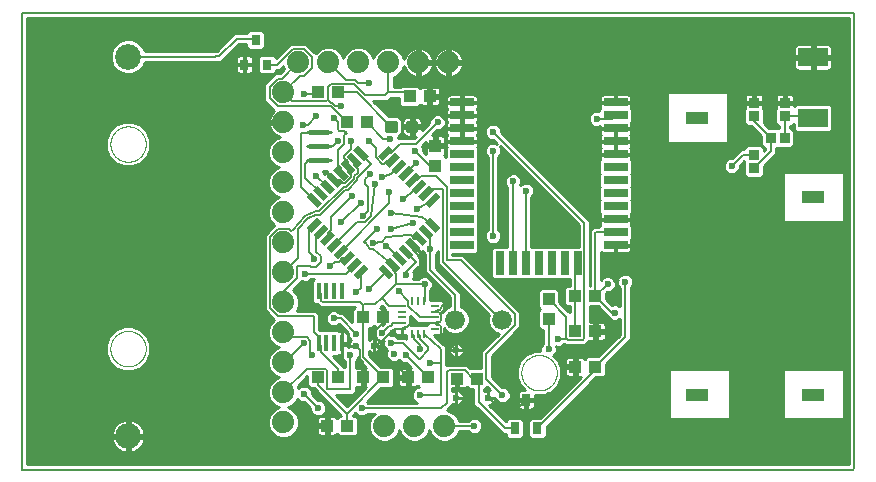
<source format=gtl>
G75*
%MOIN*%
%OFA0B0*%
%FSLAX25Y25*%
%IPPOS*%
%LPD*%
%AMOC8*
5,1,8,0,0,1.08239X$1,22.5*
%
%ADD10C,0.00600*%
%ADD11C,0.00000*%
%ADD12R,0.04331X0.03937*%
%ADD13C,0.01181*%
%ADD14C,0.07400*%
%ADD15R,0.03937X0.04331*%
%ADD16R,0.05000X0.02200*%
%ADD17R,0.02200X0.05000*%
%ADD18R,0.02756X0.01102*%
%ADD19R,0.01102X0.02756*%
%ADD20C,0.01772*%
%ADD21C,0.01000*%
%ADD22R,0.07874X0.02756*%
%ADD23R,0.02756X0.07874*%
%ADD24R,0.03346X0.03543*%
%ADD25R,0.03543X0.03346*%
%ADD26C,0.06600*%
%ADD27R,0.03150X0.03937*%
%ADD28R,0.07677X0.03937*%
%ADD29R,0.09843X0.06299*%
%ADD30R,0.01600X0.05400*%
%ADD31C,0.08600*%
%ADD32R,0.03150X0.03543*%
%ADD33C,0.02362*%
D10*
X0001500Y0001500D02*
X0001500Y0153862D01*
X0279059Y0153862D01*
X0279059Y0001894D01*
X0278665Y0001500D01*
X0001894Y0001500D01*
X0084213Y0055348D02*
X0086844Y0052717D01*
X0098825Y0052717D01*
X0098825Y0047213D01*
X0100417Y0045621D01*
X0100417Y0043687D01*
X0101384Y0042720D01*
X0101384Y0040659D01*
X0107051Y0034992D01*
X0107051Y0032209D01*
X0103359Y0034462D02*
X0103359Y0028272D01*
X0110949Y0028272D01*
X0110949Y0039689D01*
X0114266Y0038449D02*
X0114266Y0041490D01*
X0112917Y0042839D01*
X0108943Y0042839D01*
X0108094Y0043687D01*
X0112917Y0046776D02*
X0107799Y0051894D01*
X0105437Y0051894D01*
X0101848Y0057395D02*
X0114266Y0057395D01*
X0115358Y0056303D01*
X0115673Y0056618D01*
X0119399Y0056618D01*
X0121473Y0058692D01*
X0124020Y0056146D01*
X0128193Y0056146D01*
X0130393Y0056014D02*
X0130393Y0057646D01*
X0127091Y0060949D01*
X0126303Y0063311D02*
X0126198Y0063417D01*
X0121473Y0058692D01*
X0117248Y0061736D02*
X0117248Y0061852D01*
X0122860Y0067464D01*
X0125087Y0067912D02*
X0126198Y0066802D01*
X0126198Y0063417D01*
X0126303Y0063311D02*
X0135752Y0063311D01*
X0135752Y0057799D01*
X0135673Y0057720D01*
X0139217Y0054177D02*
X0139842Y0054802D01*
X0139842Y0054633D01*
X0141387Y0053088D01*
X0141387Y0051329D01*
X0140923Y0050865D01*
X0139842Y0050865D01*
X0139217Y0050240D01*
X0131242Y0050240D01*
X0129899Y0048897D01*
X0128818Y0048897D01*
X0128193Y0048272D01*
X0125472Y0048272D01*
X0122396Y0045196D01*
X0122086Y0045196D01*
X0119728Y0042839D01*
X0130358Y0032209D01*
X0136933Y0032209D02*
X0129453Y0039689D01*
X0128665Y0043626D02*
X0133783Y0038508D01*
X0134177Y0038508D01*
X0136933Y0041264D01*
X0136933Y0042388D01*
X0134330Y0044991D01*
X0134330Y0046072D01*
X0133705Y0046697D01*
X0132361Y0046072D02*
X0131736Y0046697D01*
X0132361Y0046072D02*
X0132361Y0044991D01*
X0134177Y0043175D01*
X0134177Y0041657D01*
X0128665Y0043626D02*
X0124728Y0043626D01*
X0121579Y0047169D02*
X0123857Y0049448D01*
X0124545Y0049448D01*
X0125337Y0050240D01*
X0128193Y0050240D01*
X0122051Y0050432D02*
X0119606Y0047987D01*
X0119606Y0043621D01*
X0118823Y0042839D01*
X0119728Y0042839D01*
X0115358Y0038902D02*
X0122051Y0032209D01*
X0109965Y0020122D01*
X0100358Y0029728D01*
X0100358Y0032209D01*
X0102852Y0034969D02*
X0096465Y0034969D01*
X0088705Y0027209D01*
X0095594Y0026697D02*
X0100319Y0021972D01*
X0109965Y0020122D02*
X0109965Y0016067D01*
X0114886Y0021972D02*
X0115620Y0021972D01*
X0115646Y0021946D01*
X0141359Y0021946D01*
X0143251Y0023838D01*
X0143251Y0033894D01*
X0144041Y0034683D01*
X0149117Y0034683D01*
X0151985Y0031815D01*
X0153272Y0031815D01*
X0153862Y0031224D01*
X0153862Y0023941D01*
X0162524Y0015280D01*
X0165870Y0015280D01*
X0173350Y0015280D02*
X0192642Y0034571D01*
X0192642Y0035752D01*
X0202681Y0045791D01*
X0202681Y0064098D01*
X0196776Y0063311D02*
X0192642Y0059374D01*
X0198154Y0053862D01*
X0199138Y0053862D01*
X0192642Y0059374D02*
X0192642Y0080437D01*
X0192839Y0080634D01*
X0199413Y0080634D01*
X0188985Y0083700D02*
X0158587Y0114098D01*
X0158587Y0107799D02*
X0158587Y0079453D01*
X0165161Y0070398D02*
X0165161Y0097445D01*
X0165280Y0097563D01*
X0169492Y0094295D02*
X0169610Y0094413D01*
X0169492Y0094295D02*
X0169492Y0070398D01*
X0185949Y0069531D02*
X0186815Y0070398D01*
X0185949Y0069531D02*
X0185949Y0059374D01*
X0185949Y0047563D01*
X0188442Y0044802D02*
X0183455Y0044802D01*
X0182991Y0045266D01*
X0182926Y0045201D01*
X0180240Y0045201D01*
X0182991Y0045266D02*
X0182991Y0052489D01*
X0177091Y0058390D01*
X0177091Y0051697D02*
X0177091Y0041657D01*
X0188442Y0044802D02*
X0188985Y0045345D01*
X0188985Y0083700D01*
X0165936Y0053240D02*
X0147888Y0071288D01*
X0143251Y0071288D01*
X0143251Y0095698D01*
X0139685Y0099264D01*
X0134613Y0099264D01*
X0133394Y0098045D01*
X0131768Y0098045D01*
X0129541Y0100272D02*
X0129541Y0100407D01*
X0132996Y0103862D01*
X0132602Y0107799D02*
X0137602Y0102799D01*
X0139335Y0102799D01*
X0137832Y0095201D02*
X0136223Y0093591D01*
X0137832Y0095201D02*
X0142051Y0095201D01*
X0142051Y0070791D01*
X0161343Y0051500D01*
X0161736Y0051500D01*
X0165936Y0049760D02*
X0156337Y0040161D01*
X0156337Y0031702D01*
X0161736Y0026303D01*
X0157406Y0025516D02*
X0162130Y0020791D01*
X0165673Y0020791D01*
X0169610Y0024728D01*
X0157406Y0025516D02*
X0157012Y0025516D01*
X0146382Y0025516D02*
X0146382Y0031618D01*
X0146579Y0031815D01*
X0141264Y0036933D02*
X0137720Y0036933D01*
X0141264Y0036933D02*
X0141264Y0026303D01*
X0134177Y0026303D01*
X0136933Y0032209D02*
X0137051Y0032209D01*
X0141264Y0036933D02*
X0141264Y0041657D01*
X0135673Y0046697D01*
X0139217Y0050240D02*
X0139842Y0049615D01*
X0140923Y0049615D01*
X0141387Y0049151D01*
X0141387Y0046259D01*
X0146382Y0041264D01*
X0145988Y0051500D02*
X0145988Y0059768D01*
X0137720Y0068035D01*
X0137720Y0075122D01*
X0137720Y0079328D01*
X0136223Y0080826D01*
X0138450Y0083053D02*
X0134965Y0085752D01*
X0124728Y0086933D01*
X0123941Y0090218D02*
X0107868Y0074145D01*
X0105641Y0076372D02*
X0113303Y0084034D01*
X0115977Y0084034D01*
X0118035Y0086092D01*
X0119217Y0096776D01*
X0116943Y0095865D02*
X0116943Y0087791D01*
X0115160Y0086007D01*
X0114492Y0090476D02*
X0107799Y0084177D01*
X0104632Y0085735D02*
X0104632Y0081443D01*
X0103414Y0080225D01*
X0103414Y0078599D01*
X0101187Y0080826D02*
X0099734Y0079373D01*
X0099734Y0073968D01*
X0101133Y0072568D01*
X0101133Y0070589D01*
X0099734Y0069190D01*
X0097755Y0069190D01*
X0097426Y0069518D01*
X0093305Y0069518D01*
X0093305Y0065303D01*
X0088705Y0060703D01*
X0088705Y0057209D01*
X0084213Y0055348D02*
X0084213Y0079069D01*
X0086844Y0081701D01*
X0090565Y0081701D01*
X0091266Y0081000D01*
X0091777Y0081511D01*
X0095945Y0086199D01*
X0096128Y0086274D01*
X0096260Y0086422D01*
X0096531Y0086438D01*
X0098961Y0087427D01*
X0099125Y0087591D01*
X0099345Y0087681D01*
X0100704Y0087681D01*
X0108865Y0095842D01*
X0109639Y0095842D01*
X0112298Y0098502D01*
X0112298Y0099276D01*
X0113433Y0100411D01*
X0113433Y0101838D01*
X0112322Y0102948D01*
X0112322Y0104727D01*
X0110095Y0104278D02*
X0110095Y0102499D01*
X0110095Y0100721D01*
X0111206Y0099610D01*
X0111206Y0098954D01*
X0109186Y0096935D01*
X0108530Y0096935D01*
X0107419Y0098045D01*
X0105641Y0098045D01*
X0107868Y0100272D02*
X0107868Y0102051D01*
X0106758Y0103161D01*
X0106758Y0107904D01*
X0108985Y0110131D01*
X0108985Y0112922D01*
X0109768Y0113705D01*
X0109024Y0114448D01*
X0107353Y0114448D01*
X0106889Y0114912D01*
X0106889Y0117371D01*
X0105437Y0118823D01*
X0104446Y0122609D02*
X0086799Y0122609D01*
X0084105Y0125303D01*
X0084105Y0129114D01*
X0086799Y0131809D01*
X0088305Y0131809D01*
X0093705Y0137209D01*
X0094213Y0132717D02*
X0088705Y0127209D01*
X0091573Y0124340D01*
X0102896Y0124340D01*
X0103424Y0124867D01*
X0104590Y0123701D01*
X0104899Y0123701D01*
X0105840Y0122760D01*
X0107799Y0122760D01*
X0104446Y0122609D02*
X0109846Y0117209D01*
X0116539Y0117209D02*
X0122012Y0111736D01*
X0124335Y0111736D01*
X0127720Y0110188D02*
X0133023Y0110188D01*
X0140083Y0117248D01*
X0127720Y0110188D02*
X0124486Y0106954D01*
X0122860Y0106954D01*
X0123461Y0104727D02*
X0125087Y0104727D01*
X0123461Y0104727D02*
X0122243Y0103508D01*
X0121497Y0103508D01*
X0119414Y0105591D01*
X0119414Y0108782D01*
X0117248Y0110949D01*
X0114549Y0106954D02*
X0118035Y0103469D01*
X0118035Y0103469D01*
X0113390Y0098823D01*
X0113390Y0098049D01*
X0110091Y0094750D01*
X0109317Y0094750D01*
X0101066Y0086499D01*
X0099577Y0086499D01*
X0096776Y0085358D01*
X0093626Y0081815D01*
X0093626Y0071972D01*
X0088705Y0067209D01*
X0095988Y0066854D02*
X0109486Y0066854D01*
X0112322Y0069691D01*
X0110095Y0071918D02*
X0108317Y0071918D01*
X0107206Y0070807D01*
X0105847Y0070807D01*
X0104256Y0069217D01*
X0098744Y0071579D02*
X0098744Y0072366D01*
X0097169Y0073941D01*
X0097169Y0081263D01*
X0098960Y0083053D01*
X0104632Y0085735D02*
X0111736Y0092839D01*
X0116062Y0096746D02*
X0116943Y0095865D01*
X0116062Y0096746D02*
X0116062Y0098380D01*
X0117642Y0099566D01*
X0117642Y0099925D01*
X0121579Y0099138D02*
X0124740Y0099925D01*
X0127314Y0102499D01*
X0133995Y0095818D02*
X0128665Y0091657D01*
X0123941Y0090218D02*
X0123941Y0094020D01*
X0133390Y0088508D02*
X0138450Y0091364D01*
X0131815Y0083783D02*
X0124728Y0081815D01*
X0123053Y0078993D02*
X0121442Y0077383D01*
X0118429Y0077091D01*
X0118532Y0075117D02*
X0117612Y0075117D01*
X0116456Y0076273D01*
X0116456Y0076836D01*
X0115673Y0077484D01*
X0120004Y0081815D01*
X0123053Y0078993D02*
X0130450Y0079710D01*
X0131107Y0079710D01*
X0132374Y0078442D01*
X0133995Y0078599D01*
X0131768Y0076372D02*
X0131768Y0074594D01*
X0134088Y0072274D01*
X0134088Y0068124D01*
X0144020Y0058193D01*
X0141387Y0055560D01*
X0141387Y0055266D01*
X0140923Y0054802D01*
X0139842Y0054802D01*
X0139217Y0052209D02*
X0134199Y0052209D01*
X0130393Y0056014D01*
X0122051Y0052209D02*
X0122051Y0050432D01*
X0115358Y0052209D02*
X0115358Y0056303D01*
X0115358Y0052209D02*
X0115358Y0038902D01*
X0114266Y0038449D02*
X0115358Y0037357D01*
X0115358Y0032209D01*
X0103359Y0034462D02*
X0102852Y0034969D01*
X0098350Y0039689D02*
X0097568Y0040472D01*
X0097568Y0044443D01*
X0096412Y0045599D01*
X0090314Y0045599D01*
X0088705Y0047209D01*
X0095594Y0043626D02*
X0089177Y0037209D01*
X0088705Y0037209D01*
X0101848Y0057395D02*
X0101384Y0057859D01*
X0101384Y0059920D01*
X0100417Y0060887D01*
X0112917Y0060555D02*
X0114549Y0062187D01*
X0114549Y0067464D01*
X0118532Y0075117D02*
X0125087Y0069691D01*
X0125087Y0067912D01*
X0129453Y0067248D02*
X0129453Y0066461D01*
X0129453Y0067248D02*
X0132996Y0070791D01*
X0132895Y0070791D01*
X0129541Y0074145D01*
X0127314Y0071918D02*
X0123323Y0075909D01*
X0122760Y0075909D01*
X0098960Y0091364D02*
X0094413Y0095594D01*
X0094413Y0113705D01*
X0100476Y0114020D01*
X0096776Y0116461D02*
X0099531Y0119217D01*
X0096776Y0116461D02*
X0095201Y0116461D01*
X0100476Y0109295D02*
X0105358Y0109295D01*
X0107012Y0110949D01*
X0111343Y0110949D02*
X0111343Y0108402D01*
X0108985Y0106045D01*
X0108985Y0105388D01*
X0110095Y0104278D01*
X0100476Y0104571D02*
X0097091Y0104571D01*
X0095988Y0103469D01*
X0095988Y0098790D01*
X0101187Y0093591D01*
X0103414Y0095818D02*
X0099531Y0099531D01*
X0124701Y0115791D02*
X0113283Y0127209D01*
X0107051Y0127209D01*
X0104513Y0130077D02*
X0103424Y0128988D01*
X0103424Y0124867D01*
X0100358Y0127209D02*
X0099846Y0126697D01*
X0095594Y0126697D01*
X0104513Y0130077D02*
X0112112Y0130077D01*
X0115886Y0126303D01*
X0122681Y0126303D01*
X0123705Y0127327D01*
X0129413Y0127327D01*
X0130831Y0125909D01*
X0123705Y0127327D02*
X0123705Y0137209D01*
X0117248Y0130240D02*
X0113646Y0130240D01*
X0112609Y0131277D01*
X0109636Y0131277D01*
X0103705Y0137209D01*
X0098197Y0139069D02*
X0098197Y0135348D01*
X0095565Y0132717D01*
X0094213Y0132717D01*
X0086683Y0136539D02*
X0091844Y0141701D01*
X0095565Y0141701D01*
X0098197Y0139069D01*
X0086683Y0136539D02*
X0083193Y0136539D01*
X0079453Y0144807D02*
X0079059Y0145201D01*
X0073154Y0145201D01*
X0067248Y0139295D01*
X0066067Y0139295D01*
X0065929Y0139157D01*
X0036933Y0139157D01*
X0165936Y0053240D02*
X0165936Y0049760D01*
X0152287Y0016067D02*
X0142366Y0016067D01*
X0238114Y0102681D02*
X0241972Y0106539D01*
X0245594Y0106539D01*
X0245594Y0101972D02*
X0251185Y0107563D01*
X0251185Y0112130D01*
X0245594Y0117720D01*
X0245594Y0119295D01*
X0255831Y0119295D02*
X0255831Y0112209D01*
X0255752Y0112130D01*
X0262602Y0119295D02*
X0264177Y0117720D01*
X0265280Y0118823D01*
X0264571Y0118114D01*
X0262602Y0119295D02*
X0255831Y0119295D01*
X0199413Y0119610D02*
X0198232Y0118429D01*
X0193232Y0118429D01*
D11*
X0168035Y0033783D02*
X0168037Y0033936D01*
X0168043Y0034090D01*
X0168053Y0034243D01*
X0168067Y0034395D01*
X0168085Y0034548D01*
X0168107Y0034699D01*
X0168132Y0034850D01*
X0168162Y0035001D01*
X0168196Y0035151D01*
X0168233Y0035299D01*
X0168274Y0035447D01*
X0168319Y0035593D01*
X0168368Y0035739D01*
X0168421Y0035883D01*
X0168477Y0036025D01*
X0168537Y0036166D01*
X0168601Y0036306D01*
X0168668Y0036444D01*
X0168739Y0036580D01*
X0168814Y0036714D01*
X0168891Y0036846D01*
X0168973Y0036976D01*
X0169057Y0037104D01*
X0169145Y0037230D01*
X0169236Y0037353D01*
X0169330Y0037474D01*
X0169428Y0037592D01*
X0169528Y0037708D01*
X0169632Y0037821D01*
X0169738Y0037932D01*
X0169847Y0038040D01*
X0169959Y0038145D01*
X0170073Y0038246D01*
X0170191Y0038345D01*
X0170310Y0038441D01*
X0170432Y0038534D01*
X0170557Y0038623D01*
X0170684Y0038710D01*
X0170813Y0038792D01*
X0170944Y0038872D01*
X0171077Y0038948D01*
X0171212Y0039021D01*
X0171349Y0039090D01*
X0171488Y0039155D01*
X0171628Y0039217D01*
X0171770Y0039275D01*
X0171913Y0039330D01*
X0172058Y0039381D01*
X0172204Y0039428D01*
X0172351Y0039471D01*
X0172499Y0039510D01*
X0172648Y0039546D01*
X0172798Y0039577D01*
X0172949Y0039605D01*
X0173100Y0039629D01*
X0173253Y0039649D01*
X0173405Y0039665D01*
X0173558Y0039677D01*
X0173711Y0039685D01*
X0173864Y0039689D01*
X0174018Y0039689D01*
X0174171Y0039685D01*
X0174324Y0039677D01*
X0174477Y0039665D01*
X0174629Y0039649D01*
X0174782Y0039629D01*
X0174933Y0039605D01*
X0175084Y0039577D01*
X0175234Y0039546D01*
X0175383Y0039510D01*
X0175531Y0039471D01*
X0175678Y0039428D01*
X0175824Y0039381D01*
X0175969Y0039330D01*
X0176112Y0039275D01*
X0176254Y0039217D01*
X0176394Y0039155D01*
X0176533Y0039090D01*
X0176670Y0039021D01*
X0176805Y0038948D01*
X0176938Y0038872D01*
X0177069Y0038792D01*
X0177198Y0038710D01*
X0177325Y0038623D01*
X0177450Y0038534D01*
X0177572Y0038441D01*
X0177691Y0038345D01*
X0177809Y0038246D01*
X0177923Y0038145D01*
X0178035Y0038040D01*
X0178144Y0037932D01*
X0178250Y0037821D01*
X0178354Y0037708D01*
X0178454Y0037592D01*
X0178552Y0037474D01*
X0178646Y0037353D01*
X0178737Y0037230D01*
X0178825Y0037104D01*
X0178909Y0036976D01*
X0178991Y0036846D01*
X0179068Y0036714D01*
X0179143Y0036580D01*
X0179214Y0036444D01*
X0179281Y0036306D01*
X0179345Y0036166D01*
X0179405Y0036025D01*
X0179461Y0035883D01*
X0179514Y0035739D01*
X0179563Y0035593D01*
X0179608Y0035447D01*
X0179649Y0035299D01*
X0179686Y0035151D01*
X0179720Y0035001D01*
X0179750Y0034850D01*
X0179775Y0034699D01*
X0179797Y0034548D01*
X0179815Y0034395D01*
X0179829Y0034243D01*
X0179839Y0034090D01*
X0179845Y0033936D01*
X0179847Y0033783D01*
X0179845Y0033630D01*
X0179839Y0033476D01*
X0179829Y0033323D01*
X0179815Y0033171D01*
X0179797Y0033018D01*
X0179775Y0032867D01*
X0179750Y0032716D01*
X0179720Y0032565D01*
X0179686Y0032415D01*
X0179649Y0032267D01*
X0179608Y0032119D01*
X0179563Y0031973D01*
X0179514Y0031827D01*
X0179461Y0031683D01*
X0179405Y0031541D01*
X0179345Y0031400D01*
X0179281Y0031260D01*
X0179214Y0031122D01*
X0179143Y0030986D01*
X0179068Y0030852D01*
X0178991Y0030720D01*
X0178909Y0030590D01*
X0178825Y0030462D01*
X0178737Y0030336D01*
X0178646Y0030213D01*
X0178552Y0030092D01*
X0178454Y0029974D01*
X0178354Y0029858D01*
X0178250Y0029745D01*
X0178144Y0029634D01*
X0178035Y0029526D01*
X0177923Y0029421D01*
X0177809Y0029320D01*
X0177691Y0029221D01*
X0177572Y0029125D01*
X0177450Y0029032D01*
X0177325Y0028943D01*
X0177198Y0028856D01*
X0177069Y0028774D01*
X0176938Y0028694D01*
X0176805Y0028618D01*
X0176670Y0028545D01*
X0176533Y0028476D01*
X0176394Y0028411D01*
X0176254Y0028349D01*
X0176112Y0028291D01*
X0175969Y0028236D01*
X0175824Y0028185D01*
X0175678Y0028138D01*
X0175531Y0028095D01*
X0175383Y0028056D01*
X0175234Y0028020D01*
X0175084Y0027989D01*
X0174933Y0027961D01*
X0174782Y0027937D01*
X0174629Y0027917D01*
X0174477Y0027901D01*
X0174324Y0027889D01*
X0174171Y0027881D01*
X0174018Y0027877D01*
X0173864Y0027877D01*
X0173711Y0027881D01*
X0173558Y0027889D01*
X0173405Y0027901D01*
X0173253Y0027917D01*
X0173100Y0027937D01*
X0172949Y0027961D01*
X0172798Y0027989D01*
X0172648Y0028020D01*
X0172499Y0028056D01*
X0172351Y0028095D01*
X0172204Y0028138D01*
X0172058Y0028185D01*
X0171913Y0028236D01*
X0171770Y0028291D01*
X0171628Y0028349D01*
X0171488Y0028411D01*
X0171349Y0028476D01*
X0171212Y0028545D01*
X0171077Y0028618D01*
X0170944Y0028694D01*
X0170813Y0028774D01*
X0170684Y0028856D01*
X0170557Y0028943D01*
X0170432Y0029032D01*
X0170310Y0029125D01*
X0170191Y0029221D01*
X0170073Y0029320D01*
X0169959Y0029421D01*
X0169847Y0029526D01*
X0169738Y0029634D01*
X0169632Y0029745D01*
X0169528Y0029858D01*
X0169428Y0029974D01*
X0169330Y0030092D01*
X0169236Y0030213D01*
X0169145Y0030336D01*
X0169057Y0030462D01*
X0168973Y0030590D01*
X0168891Y0030720D01*
X0168814Y0030852D01*
X0168739Y0030986D01*
X0168668Y0031122D01*
X0168601Y0031260D01*
X0168537Y0031400D01*
X0168477Y0031541D01*
X0168421Y0031683D01*
X0168368Y0031827D01*
X0168319Y0031973D01*
X0168274Y0032119D01*
X0168233Y0032267D01*
X0168196Y0032415D01*
X0168162Y0032565D01*
X0168132Y0032716D01*
X0168107Y0032867D01*
X0168085Y0033018D01*
X0168067Y0033171D01*
X0168053Y0033323D01*
X0168043Y0033476D01*
X0168037Y0033630D01*
X0168035Y0033783D01*
X0031027Y0041815D02*
X0031029Y0041968D01*
X0031035Y0042122D01*
X0031045Y0042275D01*
X0031059Y0042427D01*
X0031077Y0042580D01*
X0031099Y0042731D01*
X0031124Y0042882D01*
X0031154Y0043033D01*
X0031188Y0043183D01*
X0031225Y0043331D01*
X0031266Y0043479D01*
X0031311Y0043625D01*
X0031360Y0043771D01*
X0031413Y0043915D01*
X0031469Y0044057D01*
X0031529Y0044198D01*
X0031593Y0044338D01*
X0031660Y0044476D01*
X0031731Y0044612D01*
X0031806Y0044746D01*
X0031883Y0044878D01*
X0031965Y0045008D01*
X0032049Y0045136D01*
X0032137Y0045262D01*
X0032228Y0045385D01*
X0032322Y0045506D01*
X0032420Y0045624D01*
X0032520Y0045740D01*
X0032624Y0045853D01*
X0032730Y0045964D01*
X0032839Y0046072D01*
X0032951Y0046177D01*
X0033065Y0046278D01*
X0033183Y0046377D01*
X0033302Y0046473D01*
X0033424Y0046566D01*
X0033549Y0046655D01*
X0033676Y0046742D01*
X0033805Y0046824D01*
X0033936Y0046904D01*
X0034069Y0046980D01*
X0034204Y0047053D01*
X0034341Y0047122D01*
X0034480Y0047187D01*
X0034620Y0047249D01*
X0034762Y0047307D01*
X0034905Y0047362D01*
X0035050Y0047413D01*
X0035196Y0047460D01*
X0035343Y0047503D01*
X0035491Y0047542D01*
X0035640Y0047578D01*
X0035790Y0047609D01*
X0035941Y0047637D01*
X0036092Y0047661D01*
X0036245Y0047681D01*
X0036397Y0047697D01*
X0036550Y0047709D01*
X0036703Y0047717D01*
X0036856Y0047721D01*
X0037010Y0047721D01*
X0037163Y0047717D01*
X0037316Y0047709D01*
X0037469Y0047697D01*
X0037621Y0047681D01*
X0037774Y0047661D01*
X0037925Y0047637D01*
X0038076Y0047609D01*
X0038226Y0047578D01*
X0038375Y0047542D01*
X0038523Y0047503D01*
X0038670Y0047460D01*
X0038816Y0047413D01*
X0038961Y0047362D01*
X0039104Y0047307D01*
X0039246Y0047249D01*
X0039386Y0047187D01*
X0039525Y0047122D01*
X0039662Y0047053D01*
X0039797Y0046980D01*
X0039930Y0046904D01*
X0040061Y0046824D01*
X0040190Y0046742D01*
X0040317Y0046655D01*
X0040442Y0046566D01*
X0040564Y0046473D01*
X0040683Y0046377D01*
X0040801Y0046278D01*
X0040915Y0046177D01*
X0041027Y0046072D01*
X0041136Y0045964D01*
X0041242Y0045853D01*
X0041346Y0045740D01*
X0041446Y0045624D01*
X0041544Y0045506D01*
X0041638Y0045385D01*
X0041729Y0045262D01*
X0041817Y0045136D01*
X0041901Y0045008D01*
X0041983Y0044878D01*
X0042060Y0044746D01*
X0042135Y0044612D01*
X0042206Y0044476D01*
X0042273Y0044338D01*
X0042337Y0044198D01*
X0042397Y0044057D01*
X0042453Y0043915D01*
X0042506Y0043771D01*
X0042555Y0043625D01*
X0042600Y0043479D01*
X0042641Y0043331D01*
X0042678Y0043183D01*
X0042712Y0043033D01*
X0042742Y0042882D01*
X0042767Y0042731D01*
X0042789Y0042580D01*
X0042807Y0042427D01*
X0042821Y0042275D01*
X0042831Y0042122D01*
X0042837Y0041968D01*
X0042839Y0041815D01*
X0042837Y0041662D01*
X0042831Y0041508D01*
X0042821Y0041355D01*
X0042807Y0041203D01*
X0042789Y0041050D01*
X0042767Y0040899D01*
X0042742Y0040748D01*
X0042712Y0040597D01*
X0042678Y0040447D01*
X0042641Y0040299D01*
X0042600Y0040151D01*
X0042555Y0040005D01*
X0042506Y0039859D01*
X0042453Y0039715D01*
X0042397Y0039573D01*
X0042337Y0039432D01*
X0042273Y0039292D01*
X0042206Y0039154D01*
X0042135Y0039018D01*
X0042060Y0038884D01*
X0041983Y0038752D01*
X0041901Y0038622D01*
X0041817Y0038494D01*
X0041729Y0038368D01*
X0041638Y0038245D01*
X0041544Y0038124D01*
X0041446Y0038006D01*
X0041346Y0037890D01*
X0041242Y0037777D01*
X0041136Y0037666D01*
X0041027Y0037558D01*
X0040915Y0037453D01*
X0040801Y0037352D01*
X0040683Y0037253D01*
X0040564Y0037157D01*
X0040442Y0037064D01*
X0040317Y0036975D01*
X0040190Y0036888D01*
X0040061Y0036806D01*
X0039930Y0036726D01*
X0039797Y0036650D01*
X0039662Y0036577D01*
X0039525Y0036508D01*
X0039386Y0036443D01*
X0039246Y0036381D01*
X0039104Y0036323D01*
X0038961Y0036268D01*
X0038816Y0036217D01*
X0038670Y0036170D01*
X0038523Y0036127D01*
X0038375Y0036088D01*
X0038226Y0036052D01*
X0038076Y0036021D01*
X0037925Y0035993D01*
X0037774Y0035969D01*
X0037621Y0035949D01*
X0037469Y0035933D01*
X0037316Y0035921D01*
X0037163Y0035913D01*
X0037010Y0035909D01*
X0036856Y0035909D01*
X0036703Y0035913D01*
X0036550Y0035921D01*
X0036397Y0035933D01*
X0036245Y0035949D01*
X0036092Y0035969D01*
X0035941Y0035993D01*
X0035790Y0036021D01*
X0035640Y0036052D01*
X0035491Y0036088D01*
X0035343Y0036127D01*
X0035196Y0036170D01*
X0035050Y0036217D01*
X0034905Y0036268D01*
X0034762Y0036323D01*
X0034620Y0036381D01*
X0034480Y0036443D01*
X0034341Y0036508D01*
X0034204Y0036577D01*
X0034069Y0036650D01*
X0033936Y0036726D01*
X0033805Y0036806D01*
X0033676Y0036888D01*
X0033549Y0036975D01*
X0033424Y0037064D01*
X0033302Y0037157D01*
X0033183Y0037253D01*
X0033065Y0037352D01*
X0032951Y0037453D01*
X0032839Y0037558D01*
X0032730Y0037666D01*
X0032624Y0037777D01*
X0032520Y0037890D01*
X0032420Y0038006D01*
X0032322Y0038124D01*
X0032228Y0038245D01*
X0032137Y0038368D01*
X0032049Y0038494D01*
X0031965Y0038622D01*
X0031883Y0038752D01*
X0031806Y0038884D01*
X0031731Y0039018D01*
X0031660Y0039154D01*
X0031593Y0039292D01*
X0031529Y0039432D01*
X0031469Y0039573D01*
X0031413Y0039715D01*
X0031360Y0039859D01*
X0031311Y0040005D01*
X0031266Y0040151D01*
X0031225Y0040299D01*
X0031188Y0040447D01*
X0031154Y0040597D01*
X0031124Y0040748D01*
X0031099Y0040899D01*
X0031077Y0041050D01*
X0031059Y0041203D01*
X0031045Y0041355D01*
X0031035Y0041508D01*
X0031029Y0041662D01*
X0031027Y0041815D01*
X0031027Y0110004D02*
X0031029Y0110157D01*
X0031035Y0110311D01*
X0031045Y0110464D01*
X0031059Y0110616D01*
X0031077Y0110769D01*
X0031099Y0110920D01*
X0031124Y0111071D01*
X0031154Y0111222D01*
X0031188Y0111372D01*
X0031225Y0111520D01*
X0031266Y0111668D01*
X0031311Y0111814D01*
X0031360Y0111960D01*
X0031413Y0112104D01*
X0031469Y0112246D01*
X0031529Y0112387D01*
X0031593Y0112527D01*
X0031660Y0112665D01*
X0031731Y0112801D01*
X0031806Y0112935D01*
X0031883Y0113067D01*
X0031965Y0113197D01*
X0032049Y0113325D01*
X0032137Y0113451D01*
X0032228Y0113574D01*
X0032322Y0113695D01*
X0032420Y0113813D01*
X0032520Y0113929D01*
X0032624Y0114042D01*
X0032730Y0114153D01*
X0032839Y0114261D01*
X0032951Y0114366D01*
X0033065Y0114467D01*
X0033183Y0114566D01*
X0033302Y0114662D01*
X0033424Y0114755D01*
X0033549Y0114844D01*
X0033676Y0114931D01*
X0033805Y0115013D01*
X0033936Y0115093D01*
X0034069Y0115169D01*
X0034204Y0115242D01*
X0034341Y0115311D01*
X0034480Y0115376D01*
X0034620Y0115438D01*
X0034762Y0115496D01*
X0034905Y0115551D01*
X0035050Y0115602D01*
X0035196Y0115649D01*
X0035343Y0115692D01*
X0035491Y0115731D01*
X0035640Y0115767D01*
X0035790Y0115798D01*
X0035941Y0115826D01*
X0036092Y0115850D01*
X0036245Y0115870D01*
X0036397Y0115886D01*
X0036550Y0115898D01*
X0036703Y0115906D01*
X0036856Y0115910D01*
X0037010Y0115910D01*
X0037163Y0115906D01*
X0037316Y0115898D01*
X0037469Y0115886D01*
X0037621Y0115870D01*
X0037774Y0115850D01*
X0037925Y0115826D01*
X0038076Y0115798D01*
X0038226Y0115767D01*
X0038375Y0115731D01*
X0038523Y0115692D01*
X0038670Y0115649D01*
X0038816Y0115602D01*
X0038961Y0115551D01*
X0039104Y0115496D01*
X0039246Y0115438D01*
X0039386Y0115376D01*
X0039525Y0115311D01*
X0039662Y0115242D01*
X0039797Y0115169D01*
X0039930Y0115093D01*
X0040061Y0115013D01*
X0040190Y0114931D01*
X0040317Y0114844D01*
X0040442Y0114755D01*
X0040564Y0114662D01*
X0040683Y0114566D01*
X0040801Y0114467D01*
X0040915Y0114366D01*
X0041027Y0114261D01*
X0041136Y0114153D01*
X0041242Y0114042D01*
X0041346Y0113929D01*
X0041446Y0113813D01*
X0041544Y0113695D01*
X0041638Y0113574D01*
X0041729Y0113451D01*
X0041817Y0113325D01*
X0041901Y0113197D01*
X0041983Y0113067D01*
X0042060Y0112935D01*
X0042135Y0112801D01*
X0042206Y0112665D01*
X0042273Y0112527D01*
X0042337Y0112387D01*
X0042397Y0112246D01*
X0042453Y0112104D01*
X0042506Y0111960D01*
X0042555Y0111814D01*
X0042600Y0111668D01*
X0042641Y0111520D01*
X0042678Y0111372D01*
X0042712Y0111222D01*
X0042742Y0111071D01*
X0042767Y0110920D01*
X0042789Y0110769D01*
X0042807Y0110616D01*
X0042821Y0110464D01*
X0042831Y0110311D01*
X0042837Y0110157D01*
X0042839Y0110004D01*
X0042837Y0109851D01*
X0042831Y0109697D01*
X0042821Y0109544D01*
X0042807Y0109392D01*
X0042789Y0109239D01*
X0042767Y0109088D01*
X0042742Y0108937D01*
X0042712Y0108786D01*
X0042678Y0108636D01*
X0042641Y0108488D01*
X0042600Y0108340D01*
X0042555Y0108194D01*
X0042506Y0108048D01*
X0042453Y0107904D01*
X0042397Y0107762D01*
X0042337Y0107621D01*
X0042273Y0107481D01*
X0042206Y0107343D01*
X0042135Y0107207D01*
X0042060Y0107073D01*
X0041983Y0106941D01*
X0041901Y0106811D01*
X0041817Y0106683D01*
X0041729Y0106557D01*
X0041638Y0106434D01*
X0041544Y0106313D01*
X0041446Y0106195D01*
X0041346Y0106079D01*
X0041242Y0105966D01*
X0041136Y0105855D01*
X0041027Y0105747D01*
X0040915Y0105642D01*
X0040801Y0105541D01*
X0040683Y0105442D01*
X0040564Y0105346D01*
X0040442Y0105253D01*
X0040317Y0105164D01*
X0040190Y0105077D01*
X0040061Y0104995D01*
X0039930Y0104915D01*
X0039797Y0104839D01*
X0039662Y0104766D01*
X0039525Y0104697D01*
X0039386Y0104632D01*
X0039246Y0104570D01*
X0039104Y0104512D01*
X0038961Y0104457D01*
X0038816Y0104406D01*
X0038670Y0104359D01*
X0038523Y0104316D01*
X0038375Y0104277D01*
X0038226Y0104241D01*
X0038076Y0104210D01*
X0037925Y0104182D01*
X0037774Y0104158D01*
X0037621Y0104138D01*
X0037469Y0104122D01*
X0037316Y0104110D01*
X0037163Y0104102D01*
X0037010Y0104098D01*
X0036856Y0104098D01*
X0036703Y0104102D01*
X0036550Y0104110D01*
X0036397Y0104122D01*
X0036245Y0104138D01*
X0036092Y0104158D01*
X0035941Y0104182D01*
X0035790Y0104210D01*
X0035640Y0104241D01*
X0035491Y0104277D01*
X0035343Y0104316D01*
X0035196Y0104359D01*
X0035050Y0104406D01*
X0034905Y0104457D01*
X0034762Y0104512D01*
X0034620Y0104570D01*
X0034480Y0104632D01*
X0034341Y0104697D01*
X0034204Y0104766D01*
X0034069Y0104839D01*
X0033936Y0104915D01*
X0033805Y0104995D01*
X0033676Y0105077D01*
X0033549Y0105164D01*
X0033424Y0105253D01*
X0033302Y0105346D01*
X0033183Y0105442D01*
X0033065Y0105541D01*
X0032951Y0105642D01*
X0032839Y0105747D01*
X0032730Y0105855D01*
X0032624Y0105966D01*
X0032520Y0106079D01*
X0032420Y0106195D01*
X0032322Y0106313D01*
X0032228Y0106434D01*
X0032137Y0106557D01*
X0032049Y0106683D01*
X0031965Y0106811D01*
X0031883Y0106941D01*
X0031806Y0107073D01*
X0031731Y0107207D01*
X0031660Y0107343D01*
X0031593Y0107481D01*
X0031529Y0107621D01*
X0031469Y0107762D01*
X0031413Y0107904D01*
X0031360Y0108048D01*
X0031311Y0108194D01*
X0031266Y0108340D01*
X0031225Y0108488D01*
X0031188Y0108636D01*
X0031154Y0108786D01*
X0031124Y0108937D01*
X0031099Y0109088D01*
X0031077Y0109239D01*
X0031059Y0109392D01*
X0031045Y0109544D01*
X0031035Y0109697D01*
X0031029Y0109851D01*
X0031027Y0110004D01*
D12*
X0100358Y0127209D03*
X0107051Y0127209D03*
X0109846Y0117209D03*
X0116539Y0117209D03*
X0130831Y0125909D03*
X0137524Y0125909D03*
X0185949Y0059374D03*
X0192642Y0059374D03*
X0192642Y0047563D03*
X0185949Y0047563D03*
X0185949Y0035752D03*
X0192642Y0035752D03*
X0153272Y0031815D03*
X0146579Y0031815D03*
X0137051Y0032209D03*
X0130358Y0032209D03*
X0122051Y0032209D03*
X0115358Y0032209D03*
X0107051Y0032209D03*
X0100358Y0032209D03*
X0103272Y0016067D03*
X0109965Y0016067D03*
X0115358Y0052209D03*
X0122051Y0052209D03*
D13*
X0123323Y0114413D02*
X0123323Y0117169D01*
X0126079Y0117169D01*
X0126079Y0114413D01*
X0123323Y0114413D01*
X0123323Y0115593D02*
X0126079Y0115593D01*
X0126079Y0116773D02*
X0123323Y0116773D01*
X0130228Y0117169D02*
X0130228Y0114413D01*
X0130228Y0117169D02*
X0132984Y0117169D01*
X0132984Y0114413D01*
X0130228Y0114413D01*
X0130228Y0115593D02*
X0132984Y0115593D01*
X0132984Y0116773D02*
X0130228Y0116773D01*
D14*
X0133705Y0137209D03*
X0123705Y0137209D03*
X0113705Y0137209D03*
X0103705Y0137209D03*
X0093705Y0137209D03*
X0088705Y0127209D03*
X0088705Y0117209D03*
X0088705Y0107209D03*
X0088705Y0097209D03*
X0088705Y0087209D03*
X0088705Y0077209D03*
X0088705Y0067209D03*
X0088705Y0057209D03*
X0088705Y0047209D03*
X0088705Y0037209D03*
X0088705Y0027209D03*
X0088705Y0017209D03*
X0122366Y0016067D03*
X0132366Y0016067D03*
X0142366Y0016067D03*
X0143705Y0137209D03*
D15*
X0139335Y0109492D03*
X0139335Y0102799D03*
X0177091Y0058390D03*
X0177091Y0051697D03*
D16*
G36*
X0134984Y0076054D02*
X0131450Y0079588D01*
X0133006Y0081144D01*
X0136540Y0077610D01*
X0134984Y0076054D01*
G37*
G36*
X0132757Y0073827D02*
X0129223Y0077361D01*
X0130779Y0078917D01*
X0134313Y0075383D01*
X0132757Y0073827D01*
G37*
G36*
X0130530Y0071600D02*
X0126996Y0075134D01*
X0128552Y0076690D01*
X0132086Y0073156D01*
X0130530Y0071600D01*
G37*
G36*
X0128303Y0069373D02*
X0124769Y0072907D01*
X0126325Y0074463D01*
X0129859Y0070929D01*
X0128303Y0069373D01*
G37*
G36*
X0126076Y0067146D02*
X0122542Y0070680D01*
X0124098Y0072236D01*
X0127632Y0068702D01*
X0126076Y0067146D01*
G37*
G36*
X0123849Y0064919D02*
X0120315Y0068453D01*
X0121871Y0070009D01*
X0125405Y0066475D01*
X0123849Y0064919D01*
G37*
G36*
X0137212Y0078281D02*
X0133678Y0081815D01*
X0135234Y0083371D01*
X0138768Y0079837D01*
X0137212Y0078281D01*
G37*
G36*
X0139439Y0080508D02*
X0135905Y0084042D01*
X0137461Y0085598D01*
X0140995Y0082064D01*
X0139439Y0080508D01*
G37*
G36*
X0108857Y0097727D02*
X0105323Y0101261D01*
X0106879Y0102817D01*
X0110413Y0099283D01*
X0108857Y0097727D01*
G37*
G36*
X0106630Y0095500D02*
X0103096Y0099034D01*
X0104652Y0100590D01*
X0108186Y0097056D01*
X0106630Y0095500D01*
G37*
G36*
X0104403Y0093273D02*
X0100869Y0096807D01*
X0102425Y0098363D01*
X0105959Y0094829D01*
X0104403Y0093273D01*
G37*
G36*
X0102176Y0091046D02*
X0098642Y0094580D01*
X0100198Y0096136D01*
X0103732Y0092602D01*
X0102176Y0091046D01*
G37*
G36*
X0099949Y0088819D02*
X0096415Y0092353D01*
X0097971Y0093909D01*
X0101505Y0090375D01*
X0099949Y0088819D01*
G37*
G36*
X0111084Y0099954D02*
X0107550Y0103488D01*
X0109106Y0105044D01*
X0112640Y0101510D01*
X0111084Y0099954D01*
G37*
G36*
X0113311Y0102182D02*
X0109777Y0105716D01*
X0111333Y0107272D01*
X0114867Y0103738D01*
X0113311Y0102182D01*
G37*
G36*
X0115538Y0104409D02*
X0112004Y0107943D01*
X0113560Y0109499D01*
X0117094Y0105965D01*
X0115538Y0104409D01*
G37*
D17*
G36*
X0121871Y0104409D02*
X0120315Y0105965D01*
X0123849Y0109499D01*
X0125405Y0107943D01*
X0121871Y0104409D01*
G37*
G36*
X0124098Y0102182D02*
X0122542Y0103738D01*
X0126076Y0107272D01*
X0127632Y0105716D01*
X0124098Y0102182D01*
G37*
G36*
X0126325Y0099954D02*
X0124769Y0101510D01*
X0128303Y0105044D01*
X0129859Y0103488D01*
X0126325Y0099954D01*
G37*
G36*
X0128552Y0097727D02*
X0126996Y0099283D01*
X0130530Y0102817D01*
X0132086Y0101261D01*
X0128552Y0097727D01*
G37*
G36*
X0130779Y0095500D02*
X0129223Y0097056D01*
X0132757Y0100590D01*
X0134313Y0099034D01*
X0130779Y0095500D01*
G37*
G36*
X0133006Y0093273D02*
X0131450Y0094829D01*
X0134984Y0098363D01*
X0136540Y0096807D01*
X0133006Y0093273D01*
G37*
G36*
X0135234Y0091046D02*
X0133678Y0092602D01*
X0137212Y0096136D01*
X0138768Y0094580D01*
X0135234Y0091046D01*
G37*
G36*
X0137461Y0088819D02*
X0135905Y0090375D01*
X0139439Y0093909D01*
X0140995Y0092353D01*
X0137461Y0088819D01*
G37*
G36*
X0109106Y0069373D02*
X0107550Y0070929D01*
X0111084Y0074463D01*
X0112640Y0072907D01*
X0109106Y0069373D01*
G37*
G36*
X0111333Y0067146D02*
X0109777Y0068702D01*
X0113311Y0072236D01*
X0114867Y0070680D01*
X0111333Y0067146D01*
G37*
G36*
X0113560Y0064919D02*
X0112004Y0066475D01*
X0115538Y0070009D01*
X0117094Y0068453D01*
X0113560Y0064919D01*
G37*
G36*
X0106879Y0071600D02*
X0105323Y0073156D01*
X0108857Y0076690D01*
X0110413Y0075134D01*
X0106879Y0071600D01*
G37*
G36*
X0104652Y0073827D02*
X0103096Y0075383D01*
X0106630Y0078917D01*
X0108186Y0077361D01*
X0104652Y0073827D01*
G37*
G36*
X0102425Y0076054D02*
X0100869Y0077610D01*
X0104403Y0081144D01*
X0105959Y0079588D01*
X0102425Y0076054D01*
G37*
G36*
X0100198Y0078281D02*
X0098642Y0079837D01*
X0102176Y0083371D01*
X0103732Y0081815D01*
X0100198Y0078281D01*
G37*
G36*
X0097971Y0080508D02*
X0096415Y0082064D01*
X0099949Y0085598D01*
X0101505Y0084042D01*
X0097971Y0080508D01*
G37*
D18*
X0128193Y0056146D03*
X0128193Y0054177D03*
X0128193Y0052209D03*
X0128193Y0050240D03*
X0128193Y0048272D03*
X0139217Y0048272D03*
X0139217Y0050240D03*
X0139217Y0052209D03*
X0139217Y0054177D03*
X0139217Y0056146D03*
D19*
X0135673Y0057720D03*
X0133705Y0057720D03*
X0131736Y0057720D03*
X0131736Y0046697D03*
X0133705Y0046697D03*
X0135673Y0046697D03*
D20*
X0103340Y0104571D02*
X0097612Y0104571D01*
X0097612Y0109295D02*
X0103340Y0109295D01*
X0103340Y0114020D02*
X0097612Y0114020D01*
D21*
X0096476Y0114020D02*
X0100476Y0114020D01*
X0104476Y0114020D01*
X0104476Y0109295D02*
X0100476Y0109295D01*
X0096476Y0109295D01*
X0096476Y0104571D02*
X0100476Y0104571D01*
X0104476Y0104571D01*
X0103335Y0101095D02*
X0101759Y0101095D01*
X0101804Y0101050D01*
X0102213Y0100065D01*
X0102213Y0099973D01*
X0102928Y0100688D01*
X0105570Y0098045D01*
X0105641Y0098116D01*
X0102998Y0100759D01*
X0103335Y0101095D01*
X0103015Y0100775D02*
X0101918Y0100775D01*
X0103839Y0099776D02*
X0103981Y0099776D01*
X0104838Y0098778D02*
X0104979Y0098778D01*
X0087188Y0102209D02*
X0085759Y0101617D01*
X0084296Y0100154D01*
X0083505Y0098243D01*
X0083505Y0096174D01*
X0084296Y0094263D01*
X0085759Y0092800D01*
X0087188Y0092209D01*
X0085759Y0091617D01*
X0084296Y0090154D01*
X0083505Y0088243D01*
X0083505Y0086174D01*
X0084296Y0084263D01*
X0085579Y0082981D01*
X0083467Y0080869D01*
X0082413Y0079815D01*
X0082413Y0054602D01*
X0083467Y0053548D01*
X0085044Y0051971D01*
X0085044Y0051971D01*
X0085579Y0051436D01*
X0084296Y0050154D01*
X0083505Y0048243D01*
X0083505Y0046174D01*
X0084296Y0044263D01*
X0085759Y0042800D01*
X0087188Y0042209D01*
X0085759Y0041617D01*
X0084296Y0040154D01*
X0083505Y0038243D01*
X0083505Y0036174D01*
X0084296Y0034263D01*
X0085759Y0032800D01*
X0087188Y0032209D01*
X0085759Y0031617D01*
X0084296Y0030154D01*
X0083505Y0028243D01*
X0083505Y0026174D01*
X0084296Y0024263D01*
X0085759Y0022800D01*
X0087188Y0022209D01*
X0085759Y0021617D01*
X0084296Y0020154D01*
X0083505Y0018243D01*
X0083505Y0016174D01*
X0084296Y0014263D01*
X0085759Y0012800D01*
X0087670Y0012009D01*
X0089739Y0012009D01*
X0091650Y0012800D01*
X0093113Y0014263D01*
X0093905Y0016174D01*
X0093905Y0018243D01*
X0093113Y0020154D01*
X0091650Y0021617D01*
X0090222Y0022209D01*
X0091650Y0022800D01*
X0093113Y0024263D01*
X0093442Y0025058D01*
X0094076Y0024424D01*
X0095061Y0024016D01*
X0095730Y0024016D01*
X0097638Y0022108D01*
X0097638Y0021439D01*
X0098046Y0020454D01*
X0098800Y0019700D01*
X0099786Y0019291D01*
X0100819Y0019291D01*
X0100609Y0019235D01*
X0100316Y0019066D01*
X0100076Y0018826D01*
X0099907Y0018532D01*
X0099819Y0018205D01*
X0099819Y0016551D01*
X0102787Y0016551D01*
X0102787Y0015583D01*
X0099819Y0015583D01*
X0099819Y0013929D01*
X0099907Y0013602D01*
X0100076Y0013308D01*
X0100316Y0013068D01*
X0100609Y0012899D01*
X0100937Y0012811D01*
X0102787Y0012811D01*
X0102787Y0015583D01*
X0103756Y0015583D01*
X0103756Y0012811D01*
X0105606Y0012811D01*
X0105934Y0012899D01*
X0106227Y0013068D01*
X0106467Y0013308D01*
X0106468Y0013309D01*
X0107178Y0012598D01*
X0112751Y0012598D01*
X0113630Y0013477D01*
X0113630Y0018657D01*
X0112751Y0019535D01*
X0111924Y0019535D01*
X0112727Y0020339D01*
X0113367Y0019700D01*
X0114353Y0019291D01*
X0115419Y0019291D01*
X0116405Y0019700D01*
X0116851Y0020146D01*
X0119091Y0020146D01*
X0117958Y0019012D01*
X0117166Y0017101D01*
X0117166Y0015033D01*
X0117958Y0013121D01*
X0119421Y0011659D01*
X0121332Y0010867D01*
X0123400Y0010867D01*
X0125312Y0011659D01*
X0126774Y0013121D01*
X0127366Y0014550D01*
X0127958Y0013121D01*
X0129421Y0011659D01*
X0131332Y0010867D01*
X0133400Y0010867D01*
X0135312Y0011659D01*
X0136774Y0013121D01*
X0137366Y0014550D01*
X0137958Y0013121D01*
X0139421Y0011659D01*
X0141332Y0010867D01*
X0143400Y0010867D01*
X0145312Y0011659D01*
X0146774Y0013121D01*
X0147249Y0014267D01*
X0150296Y0014267D01*
X0150769Y0013794D01*
X0151754Y0013386D01*
X0152821Y0013386D01*
X0153806Y0013794D01*
X0154560Y0014548D01*
X0154968Y0015534D01*
X0154968Y0016600D01*
X0154560Y0017586D01*
X0153806Y0018340D01*
X0152821Y0018748D01*
X0151754Y0018748D01*
X0150769Y0018340D01*
X0150296Y0017867D01*
X0147249Y0017867D01*
X0146774Y0019012D01*
X0145312Y0020475D01*
X0143400Y0021267D01*
X0143226Y0021267D01*
X0145051Y0023092D01*
X0145051Y0023436D01*
X0145213Y0023328D01*
X0145662Y0023142D01*
X0146139Y0023047D01*
X0146382Y0023047D01*
X0146625Y0023047D01*
X0147102Y0023142D01*
X0147551Y0023328D01*
X0147955Y0023598D01*
X0148299Y0023942D01*
X0148569Y0024346D01*
X0148756Y0024796D01*
X0148850Y0025273D01*
X0148850Y0025516D01*
X0148850Y0025759D01*
X0148756Y0026236D01*
X0148569Y0026685D01*
X0148299Y0027089D01*
X0147955Y0027433D01*
X0147551Y0027703D01*
X0147102Y0027889D01*
X0146625Y0027984D01*
X0146382Y0027984D01*
X0146382Y0025516D01*
X0146382Y0025516D01*
X0148850Y0025516D01*
X0146382Y0025516D01*
X0146382Y0025516D01*
X0146382Y0027984D01*
X0146139Y0027984D01*
X0145662Y0027889D01*
X0145213Y0027703D01*
X0145051Y0027595D01*
X0145051Y0028559D01*
X0146094Y0028559D01*
X0146094Y0031331D01*
X0147063Y0031331D01*
X0147063Y0028559D01*
X0148914Y0028559D01*
X0149241Y0028647D01*
X0149535Y0028816D01*
X0149774Y0029056D01*
X0149775Y0029057D01*
X0150485Y0028346D01*
X0152062Y0028346D01*
X0152062Y0023195D01*
X0153117Y0022141D01*
X0161778Y0013480D01*
X0162795Y0013480D01*
X0162795Y0012690D01*
X0163674Y0011811D01*
X0168066Y0011811D01*
X0168945Y0012690D01*
X0168945Y0017869D01*
X0168066Y0018748D01*
X0163674Y0018748D01*
X0162795Y0017869D01*
X0162795Y0017553D01*
X0157294Y0023055D01*
X0157732Y0023142D01*
X0158181Y0023328D01*
X0158585Y0023598D01*
X0158929Y0023942D01*
X0159199Y0024346D01*
X0159385Y0024796D01*
X0159409Y0024915D01*
X0159463Y0024784D01*
X0160217Y0024030D01*
X0161203Y0023622D01*
X0162270Y0023622D01*
X0163255Y0024030D01*
X0164009Y0024784D01*
X0164417Y0025770D01*
X0164417Y0026836D01*
X0164009Y0027822D01*
X0163255Y0028576D01*
X0162270Y0028984D01*
X0161601Y0028984D01*
X0158137Y0032448D01*
X0158137Y0039415D01*
X0166682Y0047960D01*
X0167736Y0049015D01*
X0167736Y0053985D01*
X0166682Y0055040D01*
X0166682Y0055040D01*
X0148633Y0073088D01*
X0145051Y0073088D01*
X0145051Y0073425D01*
X0152791Y0073425D01*
X0153669Y0074304D01*
X0153669Y0078302D01*
X0153503Y0078469D01*
X0153669Y0078635D01*
X0153669Y0082633D01*
X0153503Y0082799D01*
X0153669Y0082965D01*
X0153669Y0086964D01*
X0153503Y0087130D01*
X0153669Y0087296D01*
X0153669Y0091295D01*
X0153503Y0091461D01*
X0153669Y0091627D01*
X0153669Y0095625D01*
X0153503Y0095791D01*
X0153669Y0095957D01*
X0153669Y0099956D01*
X0153503Y0100122D01*
X0153669Y0100288D01*
X0153669Y0104287D01*
X0153503Y0104453D01*
X0153669Y0104619D01*
X0153669Y0108617D01*
X0153312Y0108975D01*
X0153369Y0109074D01*
X0153457Y0109401D01*
X0153457Y0110760D01*
X0148421Y0110760D01*
X0159379Y0110760D01*
X0159120Y0110480D02*
X0158053Y0110480D01*
X0157068Y0110072D01*
X0156314Y0109318D01*
X0155906Y0108333D01*
X0155906Y0107266D01*
X0156314Y0106280D01*
X0156787Y0105808D01*
X0156787Y0081444D01*
X0156314Y0080971D01*
X0155906Y0079986D01*
X0155906Y0078919D01*
X0156314Y0077934D01*
X0157068Y0077180D01*
X0158053Y0076772D01*
X0159120Y0076772D01*
X0160105Y0077180D01*
X0160860Y0077934D01*
X0161268Y0078919D01*
X0161268Y0079986D01*
X0160860Y0080971D01*
X0160387Y0081444D01*
X0160387Y0105808D01*
X0160860Y0106280D01*
X0161268Y0107266D01*
X0161268Y0108333D01*
X0160886Y0109253D01*
X0187185Y0082954D01*
X0187185Y0075835D01*
X0184816Y0075835D01*
X0184650Y0075669D01*
X0184484Y0075835D01*
X0180485Y0075835D01*
X0180319Y0075669D01*
X0180153Y0075835D01*
X0176154Y0075835D01*
X0175988Y0075669D01*
X0175822Y0075835D01*
X0171824Y0075835D01*
X0171657Y0075669D01*
X0171491Y0075835D01*
X0171292Y0075835D01*
X0171292Y0092304D01*
X0171883Y0092895D01*
X0172291Y0093880D01*
X0172291Y0094947D01*
X0171883Y0095932D01*
X0171129Y0096686D01*
X0170144Y0097094D01*
X0169077Y0097094D01*
X0168092Y0096686D01*
X0167625Y0096220D01*
X0167961Y0097030D01*
X0167961Y0098096D01*
X0167552Y0099082D01*
X0166798Y0099836D01*
X0165813Y0100244D01*
X0164746Y0100244D01*
X0163761Y0099836D01*
X0163007Y0099082D01*
X0162598Y0098096D01*
X0162598Y0097030D01*
X0163007Y0096044D01*
X0163361Y0095689D01*
X0163361Y0075835D01*
X0163162Y0075835D01*
X0162996Y0075669D01*
X0162830Y0075835D01*
X0158831Y0075835D01*
X0157953Y0074956D01*
X0157953Y0065839D01*
X0158831Y0064961D01*
X0162830Y0064961D01*
X0162996Y0065127D01*
X0163162Y0064961D01*
X0167161Y0064961D01*
X0167327Y0065127D01*
X0167493Y0064961D01*
X0171491Y0064961D01*
X0171657Y0065127D01*
X0171824Y0064961D01*
X0175822Y0064961D01*
X0175988Y0065127D01*
X0176154Y0064961D01*
X0180153Y0064961D01*
X0180319Y0065127D01*
X0180485Y0064961D01*
X0184149Y0064961D01*
X0184149Y0062843D01*
X0183162Y0062843D01*
X0182283Y0061964D01*
X0182283Y0056784D01*
X0183162Y0055906D01*
X0184149Y0055906D01*
X0184149Y0053877D01*
X0183737Y0054289D01*
X0180559Y0057467D01*
X0180559Y0061176D01*
X0179680Y0062055D01*
X0174501Y0062055D01*
X0173622Y0061176D01*
X0173622Y0055603D01*
X0174182Y0055043D01*
X0173622Y0054484D01*
X0173622Y0048910D01*
X0174501Y0048031D01*
X0175291Y0048031D01*
X0175291Y0043649D01*
X0174818Y0043176D01*
X0174409Y0042191D01*
X0174409Y0041189D01*
X0172468Y0041189D01*
X0169746Y0040062D01*
X0167663Y0037978D01*
X0166535Y0035257D01*
X0166535Y0032310D01*
X0167663Y0029589D01*
X0169267Y0027984D01*
X0167866Y0027984D01*
X0167539Y0027897D01*
X0167245Y0027727D01*
X0167005Y0027487D01*
X0166836Y0027194D01*
X0166748Y0026866D01*
X0166748Y0025016D01*
X0169323Y0025016D01*
X0169323Y0024441D01*
X0169898Y0024441D01*
X0169898Y0025016D01*
X0172472Y0025016D01*
X0172472Y0026378D01*
X0175414Y0026378D01*
X0178136Y0027505D01*
X0180219Y0029589D01*
X0181346Y0032310D01*
X0181346Y0035257D01*
X0180219Y0037978D01*
X0178711Y0039486D01*
X0179363Y0040139D01*
X0179772Y0041124D01*
X0179772Y0042191D01*
X0179621Y0042555D01*
X0179707Y0042520D01*
X0180773Y0042520D01*
X0181759Y0042928D01*
X0182232Y0043401D01*
X0182311Y0043401D01*
X0182710Y0043002D01*
X0189188Y0043002D01*
X0189731Y0043545D01*
X0190493Y0044307D01*
X0192157Y0044307D01*
X0192157Y0047079D01*
X0193126Y0047079D01*
X0193126Y0048047D01*
X0196094Y0048047D01*
X0196094Y0049701D01*
X0196007Y0050028D01*
X0195837Y0050322D01*
X0195598Y0050562D01*
X0195304Y0050731D01*
X0194977Y0050819D01*
X0193126Y0050819D01*
X0193126Y0048047D01*
X0192157Y0048047D01*
X0192157Y0050819D01*
X0190785Y0050819D01*
X0190785Y0055906D01*
X0193565Y0055906D01*
X0196680Y0052790D01*
X0196865Y0052343D01*
X0197619Y0051589D01*
X0198604Y0051181D01*
X0199671Y0051181D01*
X0200657Y0051589D01*
X0200881Y0051814D01*
X0200881Y0046537D01*
X0193565Y0039220D01*
X0189855Y0039220D01*
X0189145Y0038510D01*
X0189144Y0038511D01*
X0188905Y0038751D01*
X0188611Y0038920D01*
X0188284Y0039008D01*
X0186433Y0039008D01*
X0186433Y0036236D01*
X0185465Y0036236D01*
X0185465Y0039008D01*
X0183614Y0039008D01*
X0183287Y0038920D01*
X0182993Y0038751D01*
X0182753Y0038511D01*
X0182584Y0038217D01*
X0182496Y0037890D01*
X0182496Y0036236D01*
X0185464Y0036236D01*
X0185464Y0035268D01*
X0182496Y0035268D01*
X0182496Y0033614D01*
X0182584Y0033287D01*
X0182753Y0032993D01*
X0182993Y0032753D01*
X0183287Y0032584D01*
X0183614Y0032496D01*
X0185465Y0032496D01*
X0185465Y0035268D01*
X0186433Y0035268D01*
X0186433Y0032496D01*
X0188021Y0032496D01*
X0174273Y0018748D01*
X0171154Y0018748D01*
X0170276Y0017869D01*
X0170276Y0012690D01*
X0171154Y0011811D01*
X0175547Y0011811D01*
X0176425Y0012690D01*
X0176425Y0015809D01*
X0192900Y0032283D01*
X0195428Y0032283D01*
X0196307Y0033162D01*
X0196307Y0036872D01*
X0204481Y0045046D01*
X0204481Y0062107D01*
X0204954Y0062580D01*
X0205362Y0063565D01*
X0205362Y0064632D01*
X0204954Y0065617D01*
X0204200Y0066371D01*
X0203214Y0066780D01*
X0202148Y0066780D01*
X0201162Y0066371D01*
X0200408Y0065617D01*
X0200000Y0064632D01*
X0200000Y0063565D01*
X0200408Y0062580D01*
X0200881Y0062107D01*
X0200881Y0055911D01*
X0200657Y0056135D01*
X0199671Y0056543D01*
X0198604Y0056543D01*
X0198190Y0056372D01*
X0196307Y0058254D01*
X0196307Y0060379D01*
X0196570Y0060630D01*
X0197309Y0060630D01*
X0198294Y0061038D01*
X0199049Y0061792D01*
X0199457Y0062778D01*
X0199457Y0063844D01*
X0199049Y0064830D01*
X0198294Y0065584D01*
X0197309Y0065992D01*
X0196242Y0065992D01*
X0195257Y0065584D01*
X0194503Y0064830D01*
X0194442Y0064683D01*
X0194442Y0074142D01*
X0194446Y0074135D01*
X0194686Y0073895D01*
X0194979Y0073726D01*
X0195307Y0073638D01*
X0199224Y0073638D01*
X0199224Y0076114D01*
X0199602Y0076114D01*
X0199602Y0073638D01*
X0203520Y0073638D01*
X0203847Y0073726D01*
X0204141Y0073895D01*
X0204381Y0074135D01*
X0204550Y0074428D01*
X0204638Y0074756D01*
X0204638Y0076114D01*
X0199602Y0076114D01*
X0199602Y0076492D01*
X0204638Y0076492D01*
X0204638Y0077851D01*
X0204550Y0078178D01*
X0204493Y0078277D01*
X0204850Y0078635D01*
X0204850Y0082633D01*
X0204493Y0082991D01*
X0204550Y0083090D01*
X0204638Y0083417D01*
X0204638Y0084776D01*
X0199602Y0084776D01*
X0199602Y0085154D01*
X0204638Y0085154D01*
X0204638Y0086512D01*
X0204550Y0086839D01*
X0204493Y0086938D01*
X0204850Y0087296D01*
X0204850Y0091295D01*
X0204684Y0091461D01*
X0204850Y0091627D01*
X0204850Y0095625D01*
X0204684Y0095791D01*
X0204850Y0095957D01*
X0204850Y0099956D01*
X0204684Y0100122D01*
X0204850Y0100288D01*
X0204850Y0104287D01*
X0204493Y0104644D01*
X0204550Y0104743D01*
X0204638Y0105071D01*
X0204638Y0106429D01*
X0199602Y0106429D01*
X0199602Y0106807D01*
X0199224Y0106807D01*
X0199224Y0106429D01*
X0194189Y0106429D01*
X0194189Y0105071D01*
X0194277Y0104743D01*
X0194334Y0104644D01*
X0193976Y0104287D01*
X0193976Y0100288D01*
X0194142Y0100122D01*
X0193976Y0099956D01*
X0193976Y0095957D01*
X0194142Y0095791D01*
X0193976Y0095625D01*
X0193976Y0091627D01*
X0194142Y0091461D01*
X0193976Y0091295D01*
X0193976Y0087296D01*
X0194334Y0086938D01*
X0194277Y0086839D01*
X0194189Y0086512D01*
X0194189Y0085154D01*
X0199224Y0085154D01*
X0199224Y0084776D01*
X0194189Y0084776D01*
X0194189Y0083417D01*
X0194277Y0083090D01*
X0194334Y0082991D01*
X0193976Y0082633D01*
X0193976Y0082434D01*
X0192093Y0082434D01*
X0191039Y0081379D01*
X0190842Y0081183D01*
X0190842Y0062843D01*
X0190785Y0062843D01*
X0190785Y0084446D01*
X0161268Y0113963D01*
X0161268Y0114632D01*
X0160860Y0115617D01*
X0160105Y0116371D01*
X0159120Y0116780D01*
X0158053Y0116780D01*
X0157068Y0116371D01*
X0156314Y0115617D01*
X0155906Y0114632D01*
X0155906Y0113565D01*
X0156314Y0112580D01*
X0157068Y0111825D01*
X0158053Y0111417D01*
X0158722Y0111417D01*
X0160040Y0110099D01*
X0159120Y0110480D01*
X0157230Y0111758D02*
X0153457Y0111758D01*
X0153457Y0111138D02*
X0153457Y0112496D01*
X0153369Y0112824D01*
X0153201Y0113114D01*
X0153369Y0113405D01*
X0153457Y0113732D01*
X0153457Y0115091D01*
X0148421Y0115091D01*
X0148421Y0115469D01*
X0148043Y0115469D01*
X0148043Y0117945D01*
X0148043Y0119421D01*
X0143008Y0119421D01*
X0143008Y0118063D01*
X0143096Y0117735D01*
X0143263Y0117445D01*
X0143096Y0117154D01*
X0143008Y0116827D01*
X0143008Y0115469D01*
X0148043Y0115469D01*
X0148043Y0115091D01*
X0143008Y0115091D01*
X0143008Y0113732D01*
X0143096Y0113405D01*
X0143263Y0113114D01*
X0143096Y0112824D01*
X0143008Y0112496D01*
X0143008Y0111138D01*
X0148043Y0111138D01*
X0148043Y0110760D01*
X0142591Y0110760D01*
X0143008Y0110760D02*
X0143008Y0109401D01*
X0143096Y0109074D01*
X0143153Y0108975D01*
X0142795Y0108617D01*
X0142795Y0105594D01*
X0142093Y0106296D01*
X0142094Y0106297D01*
X0142333Y0106536D01*
X0142503Y0106830D01*
X0142591Y0107157D01*
X0142591Y0109008D01*
X0139819Y0109008D01*
X0139819Y0109976D01*
X0142591Y0109976D01*
X0142591Y0111827D01*
X0142503Y0112154D01*
X0142333Y0112448D01*
X0142094Y0112688D01*
X0141800Y0112857D01*
X0141473Y0112945D01*
X0139819Y0112945D01*
X0139819Y0109976D01*
X0138850Y0109976D01*
X0138850Y0109008D01*
X0136079Y0109008D01*
X0136079Y0107157D01*
X0136166Y0106830D01*
X0136234Y0106713D01*
X0135283Y0107664D01*
X0135283Y0108333D01*
X0134875Y0109318D01*
X0134787Y0109406D01*
X0136079Y0110699D01*
X0136079Y0109976D01*
X0138850Y0109976D01*
X0138850Y0112945D01*
X0138325Y0112945D01*
X0139947Y0114567D01*
X0140616Y0114567D01*
X0141601Y0114975D01*
X0142356Y0115729D01*
X0142764Y0116715D01*
X0142764Y0117781D01*
X0142356Y0118767D01*
X0141601Y0119521D01*
X0140616Y0119929D01*
X0139549Y0119929D01*
X0138564Y0119521D01*
X0137810Y0118767D01*
X0137402Y0117781D01*
X0137402Y0117113D01*
X0134862Y0114573D01*
X0134862Y0115307D01*
X0132091Y0115307D01*
X0132091Y0116276D01*
X0134862Y0116276D01*
X0134862Y0117417D01*
X0134734Y0117894D01*
X0134487Y0118322D01*
X0134137Y0118672D01*
X0133709Y0118919D01*
X0133231Y0119047D01*
X0132091Y0119047D01*
X0132091Y0116276D01*
X0131122Y0116276D01*
X0131122Y0119047D01*
X0129981Y0119047D01*
X0129503Y0118919D01*
X0129075Y0118672D01*
X0128726Y0118322D01*
X0128478Y0117894D01*
X0128350Y0117417D01*
X0128350Y0116276D01*
X0131122Y0116276D01*
X0131122Y0115307D01*
X0132091Y0115307D01*
X0132091Y0112535D01*
X0132825Y0112535D01*
X0132277Y0111988D01*
X0127016Y0111988D01*
X0127016Y0112270D01*
X0126979Y0112357D01*
X0128169Y0113547D01*
X0128169Y0118035D01*
X0126945Y0119260D01*
X0123778Y0119260D01*
X0118535Y0124503D01*
X0123427Y0124503D01*
X0124450Y0125527D01*
X0127165Y0125527D01*
X0127165Y0123320D01*
X0128044Y0122441D01*
X0133617Y0122441D01*
X0134328Y0123151D01*
X0134328Y0123150D01*
X0134568Y0122911D01*
X0134861Y0122741D01*
X0135189Y0122654D01*
X0137039Y0122654D01*
X0137039Y0125425D01*
X0138008Y0125425D01*
X0138008Y0122654D01*
X0139858Y0122654D01*
X0140186Y0122741D01*
X0140479Y0122911D01*
X0140719Y0123150D01*
X0140889Y0123444D01*
X0140976Y0123771D01*
X0140976Y0125425D01*
X0138008Y0125425D01*
X0138008Y0126394D01*
X0137039Y0126394D01*
X0137039Y0129165D01*
X0135189Y0129165D01*
X0134861Y0129078D01*
X0134568Y0128908D01*
X0134328Y0128668D01*
X0134328Y0128668D01*
X0133617Y0129378D01*
X0128044Y0129378D01*
X0127793Y0129127D01*
X0125505Y0129127D01*
X0125505Y0132326D01*
X0126650Y0132800D01*
X0128113Y0134263D01*
X0128844Y0136028D01*
X0129083Y0135294D01*
X0129439Y0134595D01*
X0129901Y0133960D01*
X0130456Y0133404D01*
X0131091Y0132943D01*
X0131790Y0132587D01*
X0132537Y0132344D01*
X0133205Y0132238D01*
X0133205Y0136709D01*
X0134205Y0136709D01*
X0134205Y0137709D01*
X0133205Y0137709D01*
X0133205Y0142179D01*
X0132537Y0142073D01*
X0131790Y0141831D01*
X0131091Y0141474D01*
X0130456Y0141013D01*
X0129901Y0140458D01*
X0129439Y0139823D01*
X0129083Y0139123D01*
X0128844Y0138389D01*
X0128113Y0140154D01*
X0126650Y0141617D01*
X0124739Y0142409D01*
X0122670Y0142409D01*
X0120759Y0141617D01*
X0119296Y0140154D01*
X0118705Y0138726D01*
X0118113Y0140154D01*
X0116650Y0141617D01*
X0114739Y0142409D01*
X0112670Y0142409D01*
X0110759Y0141617D01*
X0109296Y0140154D01*
X0108705Y0138726D01*
X0108113Y0140154D01*
X0106650Y0141617D01*
X0104739Y0142409D01*
X0102670Y0142409D01*
X0100759Y0141617D01*
X0099477Y0140335D01*
X0098942Y0140869D01*
X0096311Y0143501D01*
X0091098Y0143501D01*
X0090044Y0142446D01*
X0086268Y0138670D01*
X0086268Y0138932D01*
X0085389Y0139811D01*
X0080997Y0139811D01*
X0080118Y0138932D01*
X0080118Y0134146D01*
X0080997Y0133268D01*
X0085389Y0133268D01*
X0086268Y0134146D01*
X0086268Y0134739D01*
X0087428Y0134739D01*
X0088483Y0135794D01*
X0088610Y0135921D01*
X0088979Y0135029D01*
X0087559Y0133609D01*
X0086054Y0133609D01*
X0083359Y0130914D01*
X0082305Y0129860D01*
X0082305Y0124558D01*
X0084999Y0121863D01*
X0085684Y0121179D01*
X0085456Y0121013D01*
X0084901Y0120458D01*
X0084439Y0119823D01*
X0084083Y0119123D01*
X0083840Y0118377D01*
X0083734Y0117709D01*
X0088205Y0117709D01*
X0088205Y0116709D01*
X0083734Y0116709D01*
X0083840Y0116041D01*
X0084083Y0115294D01*
X0084439Y0114595D01*
X0084901Y0113960D01*
X0085456Y0113404D01*
X0086091Y0112943D01*
X0086790Y0112587D01*
X0087524Y0112348D01*
X0085759Y0111617D01*
X0084296Y0110154D01*
X0083505Y0108243D01*
X0083505Y0106174D01*
X0084296Y0104263D01*
X0085759Y0102800D01*
X0087188Y0102209D01*
X0086137Y0101773D02*
X0003300Y0101773D01*
X0003300Y0100775D02*
X0084917Y0100775D01*
X0084140Y0099776D02*
X0003300Y0099776D01*
X0003300Y0098778D02*
X0083726Y0098778D01*
X0083505Y0097779D02*
X0003300Y0097779D01*
X0003300Y0096781D02*
X0083505Y0096781D01*
X0083667Y0095782D02*
X0003300Y0095782D01*
X0003300Y0094784D02*
X0084081Y0094784D01*
X0084774Y0093785D02*
X0003300Y0093785D01*
X0003300Y0092787D02*
X0085792Y0092787D01*
X0086173Y0091788D02*
X0003300Y0091788D01*
X0003300Y0090790D02*
X0084932Y0090790D01*
X0084146Y0089791D02*
X0003300Y0089791D01*
X0003300Y0088793D02*
X0083732Y0088793D01*
X0083505Y0087794D02*
X0003300Y0087794D01*
X0003300Y0086796D02*
X0083505Y0086796D01*
X0083661Y0085797D02*
X0003300Y0085797D01*
X0003300Y0084799D02*
X0084075Y0084799D01*
X0084759Y0083800D02*
X0003300Y0083800D01*
X0003300Y0082802D02*
X0085399Y0082802D01*
X0084401Y0081803D02*
X0003300Y0081803D01*
X0003300Y0080805D02*
X0083402Y0080805D01*
X0083467Y0080869D02*
X0083467Y0080869D01*
X0082413Y0079806D02*
X0003300Y0079806D01*
X0003300Y0078808D02*
X0082413Y0078808D01*
X0082413Y0077809D02*
X0003300Y0077809D01*
X0003300Y0076811D02*
X0082413Y0076811D01*
X0082413Y0075812D02*
X0003300Y0075812D01*
X0003300Y0074814D02*
X0082413Y0074814D01*
X0082413Y0073815D02*
X0003300Y0073815D01*
X0003300Y0072817D02*
X0082413Y0072817D01*
X0082413Y0071818D02*
X0003300Y0071818D01*
X0003300Y0070820D02*
X0082413Y0070820D01*
X0082413Y0069821D02*
X0003300Y0069821D01*
X0003300Y0068822D02*
X0082413Y0068822D01*
X0082413Y0067824D02*
X0003300Y0067824D01*
X0003300Y0066825D02*
X0082413Y0066825D01*
X0082413Y0065827D02*
X0003300Y0065827D01*
X0003300Y0064828D02*
X0082413Y0064828D01*
X0082413Y0063830D02*
X0003300Y0063830D01*
X0003300Y0062831D02*
X0082413Y0062831D01*
X0082413Y0061833D02*
X0003300Y0061833D01*
X0003300Y0060834D02*
X0082413Y0060834D01*
X0082413Y0059836D02*
X0003300Y0059836D01*
X0003300Y0058837D02*
X0082413Y0058837D01*
X0082413Y0057839D02*
X0003300Y0057839D01*
X0003300Y0056840D02*
X0082413Y0056840D01*
X0082413Y0055842D02*
X0003300Y0055842D01*
X0003300Y0054843D02*
X0082413Y0054843D01*
X0083170Y0053845D02*
X0003300Y0053845D01*
X0003300Y0052846D02*
X0084169Y0052846D01*
X0083467Y0053548D02*
X0083467Y0053548D01*
X0085167Y0051848D02*
X0003300Y0051848D01*
X0003300Y0050849D02*
X0084991Y0050849D01*
X0084171Y0049851D02*
X0003300Y0049851D01*
X0003300Y0048852D02*
X0034571Y0048852D01*
X0035460Y0049220D02*
X0032738Y0048093D01*
X0030655Y0046010D01*
X0029528Y0043288D01*
X0029528Y0040342D01*
X0030655Y0037620D01*
X0032738Y0035537D01*
X0035460Y0034409D01*
X0038406Y0034409D01*
X0041128Y0035537D01*
X0043211Y0037620D01*
X0044339Y0040342D01*
X0044339Y0043288D01*
X0043211Y0046010D01*
X0041128Y0048093D01*
X0038406Y0049220D01*
X0035460Y0049220D01*
X0032499Y0047854D02*
X0003300Y0047854D01*
X0003300Y0046855D02*
X0031500Y0046855D01*
X0030592Y0045857D02*
X0003300Y0045857D01*
X0003300Y0044858D02*
X0030178Y0044858D01*
X0029764Y0043860D02*
X0003300Y0043860D01*
X0003300Y0042861D02*
X0029528Y0042861D01*
X0029528Y0041863D02*
X0003300Y0041863D01*
X0003300Y0040864D02*
X0029528Y0040864D01*
X0029725Y0039866D02*
X0003300Y0039866D01*
X0003300Y0038867D02*
X0030138Y0038867D01*
X0030552Y0037869D02*
X0003300Y0037869D01*
X0003300Y0036870D02*
X0031405Y0036870D01*
X0032403Y0035872D02*
X0003300Y0035872D01*
X0003300Y0034873D02*
X0034341Y0034873D01*
X0039525Y0034873D02*
X0084044Y0034873D01*
X0083630Y0035872D02*
X0041463Y0035872D01*
X0042461Y0036870D02*
X0083505Y0036870D01*
X0083505Y0037869D02*
X0043314Y0037869D01*
X0043728Y0038867D02*
X0083763Y0038867D01*
X0084177Y0039866D02*
X0044141Y0039866D01*
X0044339Y0040864D02*
X0085006Y0040864D01*
X0086352Y0041863D02*
X0044339Y0041863D01*
X0044339Y0042861D02*
X0085698Y0042861D01*
X0084700Y0043860D02*
X0044102Y0043860D01*
X0043688Y0044858D02*
X0084050Y0044858D01*
X0083636Y0045857D02*
X0043275Y0045857D01*
X0042366Y0046855D02*
X0083505Y0046855D01*
X0083505Y0047854D02*
X0041367Y0047854D01*
X0039295Y0048852D02*
X0083757Y0048852D01*
X0093218Y0054517D02*
X0093905Y0056174D01*
X0093905Y0058243D01*
X0093113Y0060154D01*
X0091907Y0061360D01*
X0094935Y0064388D01*
X0095455Y0064173D01*
X0096521Y0064173D01*
X0097507Y0064581D01*
X0097980Y0065054D01*
X0098963Y0065054D01*
X0098117Y0064209D01*
X0098117Y0057566D01*
X0098996Y0056687D01*
X0100011Y0056687D01*
X0100048Y0056650D01*
X0101103Y0055595D01*
X0112490Y0055595D01*
X0111693Y0054798D01*
X0111693Y0050546D01*
X0108545Y0053694D01*
X0107429Y0053694D01*
X0106956Y0054167D01*
X0105970Y0054575D01*
X0104904Y0054575D01*
X0103918Y0054167D01*
X0103164Y0053412D01*
X0102756Y0052427D01*
X0102756Y0051360D01*
X0103164Y0050375D01*
X0103918Y0049621D01*
X0104904Y0049213D01*
X0105970Y0049213D01*
X0106956Y0049621D01*
X0107241Y0049906D01*
X0110236Y0046911D01*
X0110236Y0046242D01*
X0110644Y0045257D01*
X0111245Y0044657D01*
X0111000Y0044412D01*
X0110730Y0044008D01*
X0110544Y0043559D01*
X0110449Y0043082D01*
X0110449Y0042839D01*
X0112917Y0042839D01*
X0112917Y0042839D01*
X0110449Y0042839D01*
X0110449Y0042595D01*
X0110494Y0042370D01*
X0110416Y0042370D01*
X0110182Y0042273D01*
X0110182Y0043687D01*
X0108095Y0043687D01*
X0108095Y0043687D01*
X0108095Y0039700D01*
X0108268Y0039700D01*
X0108268Y0039156D01*
X0108676Y0038170D01*
X0109149Y0037697D01*
X0109149Y0035677D01*
X0108851Y0035677D01*
X0108851Y0035738D01*
X0105102Y0039487D01*
X0106957Y0039487D01*
X0107169Y0039700D01*
X0108094Y0039700D01*
X0108094Y0043687D01*
X0108095Y0043687D01*
X0110182Y0043687D01*
X0110182Y0046557D01*
X0110094Y0046884D01*
X0109925Y0047178D01*
X0109685Y0047418D01*
X0109391Y0047587D01*
X0109064Y0047675D01*
X0108095Y0047675D01*
X0108095Y0043688D01*
X0108094Y0043688D01*
X0108094Y0047675D01*
X0107169Y0047675D01*
X0106957Y0047887D01*
X0100697Y0047887D01*
X0100625Y0047959D01*
X0100625Y0053462D01*
X0099571Y0054517D01*
X0093218Y0054517D01*
X0093353Y0054843D02*
X0111738Y0054843D01*
X0111693Y0053845D02*
X0107278Y0053845D01*
X0109392Y0052846D02*
X0111693Y0052846D01*
X0111693Y0051848D02*
X0110391Y0051848D01*
X0111389Y0050849D02*
X0111693Y0050849D01*
X0108295Y0048852D02*
X0100625Y0048852D01*
X0100625Y0049851D02*
X0103688Y0049851D01*
X0102968Y0050849D02*
X0100625Y0050849D01*
X0100625Y0051848D02*
X0102756Y0051848D01*
X0102930Y0052846D02*
X0100625Y0052846D01*
X0100242Y0053845D02*
X0103596Y0053845D01*
X0100856Y0055842D02*
X0093767Y0055842D01*
X0093905Y0056840D02*
X0098843Y0056840D01*
X0098117Y0057839D02*
X0093905Y0057839D01*
X0093659Y0058837D02*
X0098117Y0058837D01*
X0098117Y0059836D02*
X0093245Y0059836D01*
X0092433Y0060834D02*
X0098117Y0060834D01*
X0098117Y0061833D02*
X0092380Y0061833D01*
X0093378Y0062831D02*
X0098117Y0062831D01*
X0098117Y0063830D02*
X0094377Y0063830D01*
X0097754Y0064828D02*
X0098737Y0064828D01*
X0107186Y0049851D02*
X0107297Y0049851D01*
X0106990Y0047854D02*
X0109294Y0047854D01*
X0110102Y0046855D02*
X0110236Y0046855D01*
X0110182Y0045857D02*
X0110396Y0045857D01*
X0110182Y0044858D02*
X0111043Y0044858D01*
X0110668Y0043860D02*
X0110182Y0043860D01*
X0110182Y0042861D02*
X0110449Y0042861D01*
X0108095Y0042861D02*
X0108094Y0042861D01*
X0108094Y0041863D02*
X0108095Y0041863D01*
X0108094Y0040864D02*
X0108095Y0040864D01*
X0108094Y0039866D02*
X0108095Y0039866D01*
X0108387Y0038867D02*
X0105722Y0038867D01*
X0106720Y0037869D02*
X0108978Y0037869D01*
X0109149Y0036870D02*
X0107719Y0036870D01*
X0108718Y0035872D02*
X0109149Y0035872D01*
X0112749Y0035872D02*
X0115843Y0035872D01*
X0115843Y0035465D02*
X0115843Y0032693D01*
X0114874Y0032693D01*
X0114874Y0035465D01*
X0113023Y0035465D01*
X0112749Y0035391D01*
X0112749Y0037697D01*
X0113222Y0038170D01*
X0113558Y0038983D01*
X0113558Y0038156D01*
X0116250Y0035465D01*
X0115843Y0035465D01*
X0115843Y0034873D02*
X0114874Y0034873D01*
X0114874Y0033875D02*
X0115843Y0033875D01*
X0115843Y0032876D02*
X0114874Y0032876D01*
X0114874Y0031724D02*
X0115843Y0031724D01*
X0115843Y0028953D01*
X0116250Y0028953D01*
X0109965Y0022668D01*
X0106161Y0026472D01*
X0111694Y0026472D01*
X0112749Y0027526D01*
X0112749Y0029026D01*
X0113023Y0028953D01*
X0114874Y0028953D01*
X0114874Y0031724D01*
X0114874Y0030879D02*
X0115843Y0030879D01*
X0115843Y0029881D02*
X0114874Y0029881D01*
X0116179Y0028882D02*
X0112749Y0028882D01*
X0112749Y0027884D02*
X0115180Y0027884D01*
X0114182Y0026885D02*
X0112108Y0026885D01*
X0113183Y0025886D02*
X0106746Y0025886D01*
X0107744Y0024888D02*
X0112185Y0024888D01*
X0111186Y0023889D02*
X0108743Y0023889D01*
X0109741Y0022891D02*
X0110188Y0022891D01*
X0106647Y0020894D02*
X0102774Y0020894D01*
X0102592Y0020454D02*
X0103000Y0021439D01*
X0103000Y0022506D01*
X0102592Y0023491D01*
X0101838Y0024245D01*
X0100852Y0024654D01*
X0100183Y0024654D01*
X0098276Y0026561D01*
X0098276Y0027230D01*
X0097867Y0028216D01*
X0097113Y0028970D01*
X0096128Y0029378D01*
X0095061Y0029378D01*
X0094076Y0028970D01*
X0093742Y0028636D01*
X0093430Y0029389D01*
X0096693Y0032651D01*
X0096693Y0029619D01*
X0097572Y0028740D01*
X0098801Y0028740D01*
X0108006Y0019535D01*
X0107178Y0019535D01*
X0106468Y0018825D01*
X0106467Y0018826D01*
X0106227Y0019066D01*
X0105934Y0019235D01*
X0105606Y0019323D01*
X0103756Y0019323D01*
X0103756Y0016551D01*
X0102787Y0016551D01*
X0102787Y0019323D01*
X0100937Y0019323D01*
X0100912Y0019316D01*
X0101838Y0019700D01*
X0102592Y0020454D01*
X0102034Y0019895D02*
X0107646Y0019895D01*
X0106539Y0018897D02*
X0106396Y0018897D01*
X0103756Y0018897D02*
X0102787Y0018897D01*
X0102787Y0017898D02*
X0103756Y0017898D01*
X0103756Y0016900D02*
X0102787Y0016900D01*
X0102787Y0015901D02*
X0093792Y0015901D01*
X0093905Y0016900D02*
X0099819Y0016900D01*
X0099819Y0017898D02*
X0093905Y0017898D01*
X0093634Y0018897D02*
X0100147Y0018897D01*
X0098604Y0019895D02*
X0093220Y0019895D01*
X0092373Y0020894D02*
X0097864Y0020894D01*
X0097638Y0021892D02*
X0090985Y0021892D01*
X0091741Y0022891D02*
X0096855Y0022891D01*
X0095856Y0023889D02*
X0092739Y0023889D01*
X0093372Y0024888D02*
X0093612Y0024888D01*
X0093640Y0028882D02*
X0093988Y0028882D01*
X0093922Y0029881D02*
X0096693Y0029881D01*
X0096693Y0030879D02*
X0094921Y0030879D01*
X0095919Y0031878D02*
X0096693Y0031878D01*
X0097201Y0028882D02*
X0097430Y0028882D01*
X0098005Y0027884D02*
X0099658Y0027884D01*
X0100656Y0026885D02*
X0098276Y0026885D01*
X0098950Y0025886D02*
X0101655Y0025886D01*
X0102653Y0024888D02*
X0099949Y0024888D01*
X0102194Y0023889D02*
X0103652Y0023889D01*
X0102840Y0022891D02*
X0104650Y0022891D01*
X0105649Y0021892D02*
X0103000Y0021892D01*
X0102787Y0014903D02*
X0103756Y0014903D01*
X0103756Y0013904D02*
X0102787Y0013904D01*
X0102787Y0012906D02*
X0103756Y0012906D01*
X0105946Y0012906D02*
X0106870Y0012906D01*
X0113059Y0012906D02*
X0118173Y0012906D01*
X0117633Y0013904D02*
X0113630Y0013904D01*
X0113630Y0014903D02*
X0117220Y0014903D01*
X0117166Y0015901D02*
X0113630Y0015901D01*
X0113630Y0016900D02*
X0117166Y0016900D01*
X0117496Y0017898D02*
X0113630Y0017898D01*
X0113390Y0018897D02*
X0117910Y0018897D01*
X0118841Y0019895D02*
X0116600Y0019895D01*
X0113171Y0019895D02*
X0112284Y0019895D01*
X0116519Y0024131D02*
X0116904Y0023746D01*
X0133345Y0023746D01*
X0132658Y0024030D01*
X0131904Y0024784D01*
X0131496Y0025770D01*
X0131496Y0026836D01*
X0131904Y0027822D01*
X0132658Y0028576D01*
X0133644Y0028984D01*
X0134020Y0028984D01*
X0133554Y0029450D01*
X0133554Y0029450D01*
X0133314Y0029210D01*
X0133021Y0029040D01*
X0132693Y0028953D01*
X0130843Y0028953D01*
X0130843Y0031724D01*
X0129874Y0031724D01*
X0129874Y0028953D01*
X0128023Y0028953D01*
X0127696Y0029040D01*
X0127402Y0029210D01*
X0127163Y0029450D01*
X0126993Y0029743D01*
X0126906Y0030071D01*
X0126906Y0031724D01*
X0129874Y0031724D01*
X0129874Y0032693D01*
X0129874Y0035465D01*
X0128023Y0035465D01*
X0127696Y0035377D01*
X0127402Y0035207D01*
X0127163Y0034968D01*
X0126993Y0034674D01*
X0126906Y0034347D01*
X0126906Y0032693D01*
X0129874Y0032693D01*
X0130843Y0032693D01*
X0130843Y0035465D01*
X0131132Y0035465D01*
X0129588Y0037008D01*
X0128919Y0037008D01*
X0127934Y0037416D01*
X0127287Y0038063D01*
X0127034Y0037810D01*
X0126049Y0037402D01*
X0124982Y0037402D01*
X0123997Y0037810D01*
X0123243Y0038564D01*
X0122835Y0039549D01*
X0122835Y0040616D01*
X0123160Y0041402D01*
X0122455Y0042107D01*
X0122047Y0043093D01*
X0122047Y0044159D01*
X0122198Y0044524D01*
X0122112Y0044488D01*
X0121045Y0044488D01*
X0120392Y0044759D01*
X0120396Y0044756D01*
X0120740Y0044412D01*
X0121010Y0044008D01*
X0121196Y0043559D01*
X0121291Y0043082D01*
X0121291Y0042839D01*
X0118823Y0042839D01*
X0118823Y0042839D01*
X0118823Y0045307D01*
X0119066Y0045307D01*
X0119543Y0045212D01*
X0119887Y0045070D01*
X0119306Y0045651D01*
X0118898Y0046636D01*
X0118898Y0047703D01*
X0119306Y0048688D01*
X0119601Y0048984D01*
X0119389Y0049040D01*
X0119095Y0049210D01*
X0118856Y0049450D01*
X0118855Y0049450D01*
X0118145Y0048740D01*
X0117158Y0048740D01*
X0117158Y0044665D01*
X0117249Y0044756D01*
X0117654Y0045026D01*
X0118103Y0045212D01*
X0118580Y0045307D01*
X0118823Y0045307D01*
X0118823Y0042839D01*
X0118823Y0042839D01*
X0121291Y0042839D01*
X0121291Y0042595D01*
X0121196Y0042119D01*
X0121010Y0041669D01*
X0120740Y0041265D01*
X0120396Y0040921D01*
X0119992Y0040651D01*
X0119543Y0040465D01*
X0119066Y0040370D01*
X0118823Y0040370D01*
X0118823Y0042838D01*
X0118823Y0042838D01*
X0118823Y0040370D01*
X0118580Y0040370D01*
X0118103Y0040465D01*
X0117654Y0040651D01*
X0117249Y0040921D01*
X0117158Y0041012D01*
X0117158Y0039647D01*
X0121128Y0035677D01*
X0124838Y0035677D01*
X0125717Y0034798D01*
X0125717Y0029619D01*
X0124838Y0028740D01*
X0121128Y0028740D01*
X0116519Y0024131D01*
X0116760Y0023889D02*
X0132998Y0023889D01*
X0131861Y0024888D02*
X0117276Y0024888D01*
X0118275Y0025886D02*
X0131496Y0025886D01*
X0131516Y0026885D02*
X0119273Y0026885D01*
X0120272Y0027884D02*
X0131966Y0027884D01*
X0133397Y0028882D02*
X0124980Y0028882D01*
X0125717Y0029881D02*
X0126956Y0029881D01*
X0126906Y0030879D02*
X0125717Y0030879D01*
X0125717Y0031878D02*
X0129874Y0031878D01*
X0129874Y0032876D02*
X0130843Y0032876D01*
X0130843Y0033875D02*
X0129874Y0033875D01*
X0129874Y0034873D02*
X0130843Y0034873D01*
X0130725Y0035872D02*
X0120934Y0035872D01*
X0119935Y0036870D02*
X0129726Y0036870D01*
X0127481Y0037869D02*
X0127093Y0037869D01*
X0123938Y0037869D02*
X0118937Y0037869D01*
X0117938Y0038867D02*
X0123117Y0038867D01*
X0122835Y0039866D02*
X0117158Y0039866D01*
X0117158Y0040864D02*
X0117335Y0040864D01*
X0118823Y0040864D02*
X0118823Y0040864D01*
X0118823Y0041863D02*
X0118823Y0041863D01*
X0118823Y0042861D02*
X0118823Y0042861D01*
X0118823Y0043860D02*
X0118823Y0043860D01*
X0118823Y0044858D02*
X0118823Y0044858D01*
X0119220Y0045857D02*
X0117158Y0045857D01*
X0117158Y0046855D02*
X0118898Y0046855D01*
X0118960Y0047854D02*
X0117158Y0047854D01*
X0118257Y0048852D02*
X0119470Y0048852D01*
X0121567Y0049850D02*
X0121567Y0051724D01*
X0122535Y0051724D01*
X0122535Y0050672D01*
X0121714Y0049850D01*
X0121567Y0049850D01*
X0121567Y0049851D02*
X0121715Y0049851D01*
X0121567Y0050849D02*
X0122535Y0050849D01*
X0122535Y0052693D02*
X0122535Y0055084D01*
X0121473Y0056147D01*
X0120791Y0055465D01*
X0121567Y0055465D01*
X0121567Y0052693D01*
X0122535Y0052693D01*
X0122535Y0052846D02*
X0121567Y0052846D01*
X0121567Y0053845D02*
X0122535Y0053845D01*
X0122535Y0054843D02*
X0121567Y0054843D01*
X0121778Y0055842D02*
X0121169Y0055842D01*
X0131071Y0052791D02*
X0133453Y0050409D01*
X0136551Y0050409D01*
X0136551Y0050240D01*
X0136551Y0049657D01*
X0136469Y0049575D01*
X0134501Y0049575D01*
X0132532Y0049575D01*
X0131071Y0049575D01*
X0131071Y0052791D01*
X0131071Y0051848D02*
X0132014Y0051848D01*
X0131071Y0050849D02*
X0133012Y0050849D01*
X0131071Y0049851D02*
X0136551Y0049851D01*
X0136551Y0050240D02*
X0137135Y0050240D01*
X0137135Y0050240D01*
X0137135Y0050240D01*
X0136551Y0050240D01*
X0142094Y0048605D02*
X0142094Y0047099D01*
X0141216Y0046220D01*
X0138890Y0046220D01*
X0141955Y0043457D01*
X0142009Y0043457D01*
X0142504Y0042963D01*
X0143023Y0042495D01*
X0143026Y0042441D01*
X0143064Y0042403D01*
X0143064Y0041704D01*
X0143100Y0041006D01*
X0143064Y0040966D01*
X0143064Y0037679D01*
X0143064Y0036252D01*
X0143295Y0036483D01*
X0149862Y0036483D01*
X0151062Y0035283D01*
X0154537Y0035283D01*
X0154537Y0040907D01*
X0160462Y0046832D01*
X0159017Y0047431D01*
X0157667Y0048781D01*
X0156936Y0050545D01*
X0156936Y0052455D01*
X0157202Y0053095D01*
X0141306Y0068991D01*
X0140251Y0070046D01*
X0140251Y0074226D01*
X0139993Y0073603D01*
X0139520Y0073130D01*
X0139520Y0068781D01*
X0147788Y0060513D01*
X0147788Y0055950D01*
X0148707Y0055569D01*
X0150057Y0054219D01*
X0150788Y0052455D01*
X0150788Y0050545D01*
X0150057Y0048781D01*
X0148707Y0047431D01*
X0146943Y0046700D01*
X0145033Y0046700D01*
X0143269Y0047431D01*
X0142094Y0048605D01*
X0142094Y0047854D02*
X0142846Y0047854D01*
X0141851Y0046855D02*
X0144659Y0046855D01*
X0147318Y0046855D02*
X0160407Y0046855D01*
X0159487Y0045857D02*
X0139294Y0045857D01*
X0140401Y0044858D02*
X0158489Y0044858D01*
X0157490Y0043860D02*
X0141509Y0043860D01*
X0142617Y0042861D02*
X0144488Y0042861D01*
X0144464Y0042837D02*
X0144194Y0042433D01*
X0144008Y0041984D01*
X0143913Y0041507D01*
X0143913Y0041264D01*
X0146382Y0041264D01*
X0146382Y0041264D01*
X0146382Y0043732D01*
X0146625Y0043732D01*
X0147102Y0043637D01*
X0147551Y0043451D01*
X0147955Y0043181D01*
X0148299Y0042837D01*
X0148569Y0042433D01*
X0148756Y0041984D01*
X0148850Y0041507D01*
X0148850Y0041264D01*
X0146382Y0041264D01*
X0146382Y0041264D01*
X0146382Y0043732D01*
X0146139Y0043732D01*
X0145662Y0043637D01*
X0145213Y0043451D01*
X0144808Y0043181D01*
X0144464Y0042837D01*
X0143984Y0041863D02*
X0143064Y0041863D01*
X0143064Y0040864D02*
X0143945Y0040864D01*
X0143913Y0041021D02*
X0144008Y0040544D01*
X0144194Y0040095D01*
X0144464Y0039690D01*
X0144808Y0039346D01*
X0145213Y0039076D01*
X0145662Y0038890D01*
X0146139Y0038795D01*
X0146382Y0038795D01*
X0146625Y0038795D01*
X0147102Y0038890D01*
X0147551Y0039076D01*
X0147955Y0039346D01*
X0148299Y0039690D01*
X0148569Y0040095D01*
X0148756Y0040544D01*
X0148850Y0041021D01*
X0148850Y0041264D01*
X0146382Y0041264D01*
X0146382Y0041264D01*
X0146382Y0038795D01*
X0146382Y0041264D01*
X0146382Y0041264D01*
X0143913Y0041264D01*
X0143913Y0041021D01*
X0144347Y0039866D02*
X0143064Y0039866D01*
X0143064Y0038867D02*
X0145777Y0038867D01*
X0146382Y0038867D02*
X0146382Y0038867D01*
X0146986Y0038867D02*
X0154537Y0038867D01*
X0154537Y0037869D02*
X0143064Y0037869D01*
X0143064Y0036870D02*
X0154537Y0036870D01*
X0154537Y0035872D02*
X0150474Y0035872D01*
X0148417Y0039866D02*
X0154537Y0039866D01*
X0154537Y0040864D02*
X0148819Y0040864D01*
X0148780Y0041863D02*
X0155493Y0041863D01*
X0156492Y0042861D02*
X0148275Y0042861D01*
X0146382Y0042861D02*
X0146382Y0042861D01*
X0146382Y0041863D02*
X0146382Y0041863D01*
X0146382Y0040864D02*
X0146382Y0040864D01*
X0146382Y0039866D02*
X0146382Y0039866D01*
X0149130Y0047854D02*
X0158594Y0047854D01*
X0157637Y0048852D02*
X0150087Y0048852D01*
X0150501Y0049851D02*
X0157224Y0049851D01*
X0156936Y0050849D02*
X0150788Y0050849D01*
X0150788Y0051848D02*
X0156936Y0051848D01*
X0157098Y0052846D02*
X0150626Y0052846D01*
X0150212Y0053845D02*
X0156452Y0053845D01*
X0155454Y0054843D02*
X0149433Y0054843D01*
X0148049Y0055842D02*
X0154455Y0055842D01*
X0153457Y0056840D02*
X0147788Y0056840D01*
X0147788Y0057839D02*
X0152458Y0057839D01*
X0151460Y0058837D02*
X0147788Y0058837D01*
X0147788Y0059836D02*
X0150461Y0059836D01*
X0149463Y0060834D02*
X0147467Y0060834D01*
X0148464Y0061833D02*
X0146469Y0061833D01*
X0147466Y0062831D02*
X0145470Y0062831D01*
X0146467Y0063830D02*
X0144472Y0063830D01*
X0145468Y0064828D02*
X0143473Y0064828D01*
X0144470Y0065827D02*
X0142475Y0065827D01*
X0143471Y0066825D02*
X0141476Y0066825D01*
X0142473Y0067824D02*
X0140478Y0067824D01*
X0139520Y0068822D02*
X0141474Y0068822D01*
X0140476Y0069821D02*
X0139520Y0069821D01*
X0139520Y0070820D02*
X0140251Y0070820D01*
X0140251Y0071818D02*
X0139520Y0071818D01*
X0139520Y0072817D02*
X0140251Y0072817D01*
X0140251Y0073815D02*
X0140081Y0073815D01*
X0135920Y0073130D02*
X0135920Y0067290D01*
X0136975Y0066235D01*
X0144188Y0059022D01*
X0144188Y0055950D01*
X0143269Y0055569D01*
X0141919Y0054219D01*
X0141882Y0054129D01*
X0141882Y0054177D01*
X0141299Y0054177D01*
X0141298Y0054177D01*
X0141299Y0054177D01*
X0141882Y0054177D01*
X0141882Y0054761D01*
X0142094Y0054973D01*
X0142094Y0057318D01*
X0141216Y0058197D01*
X0137724Y0058197D01*
X0137724Y0059720D01*
X0137552Y0059892D01*
X0137552Y0061319D01*
X0138025Y0061792D01*
X0138433Y0062778D01*
X0138433Y0063844D01*
X0138025Y0064830D01*
X0137271Y0065584D01*
X0136285Y0065992D01*
X0135219Y0065992D01*
X0134233Y0065584D01*
X0133760Y0065111D01*
X0131796Y0065111D01*
X0132134Y0065927D01*
X0132134Y0066994D01*
X0132020Y0067269D01*
X0133742Y0068991D01*
X0134796Y0070046D01*
X0134796Y0071537D01*
X0133742Y0072591D01*
X0133641Y0072591D01*
X0133587Y0072645D01*
X0133587Y0072834D01*
X0134411Y0073659D01*
X0131768Y0076301D01*
X0131839Y0076372D01*
X0134482Y0073729D01*
X0135128Y0074375D01*
X0135448Y0073603D01*
X0135920Y0073130D01*
X0135920Y0072817D02*
X0133587Y0072817D01*
X0134255Y0073815D02*
X0134396Y0073815D01*
X0134567Y0073815D02*
X0135360Y0073815D01*
X0133398Y0074814D02*
X0133256Y0074814D01*
X0132399Y0075812D02*
X0132258Y0075812D01*
X0134515Y0071818D02*
X0135920Y0071818D01*
X0135920Y0070820D02*
X0134796Y0070820D01*
X0134571Y0069821D02*
X0135920Y0069821D01*
X0135920Y0068822D02*
X0133573Y0068822D01*
X0132574Y0067824D02*
X0135920Y0067824D01*
X0136385Y0066825D02*
X0132134Y0066825D01*
X0132092Y0065827D02*
X0134820Y0065827D01*
X0136684Y0065827D02*
X0137383Y0065827D01*
X0138025Y0064828D02*
X0138382Y0064828D01*
X0138433Y0063830D02*
X0139380Y0063830D01*
X0138433Y0062831D02*
X0140379Y0062831D01*
X0141377Y0061833D02*
X0138042Y0061833D01*
X0137552Y0060834D02*
X0142376Y0060834D01*
X0143374Y0059836D02*
X0137608Y0059836D01*
X0137724Y0058837D02*
X0144188Y0058837D01*
X0144188Y0057839D02*
X0141574Y0057839D01*
X0142094Y0056840D02*
X0144188Y0056840D01*
X0143927Y0055842D02*
X0142094Y0055842D01*
X0141965Y0054843D02*
X0142543Y0054843D01*
X0129685Y0046433D02*
X0129685Y0045152D01*
X0129411Y0045426D01*
X0126720Y0045426D01*
X0126247Y0045899D01*
X0125262Y0046307D01*
X0124195Y0046307D01*
X0124109Y0046271D01*
X0124260Y0046636D01*
X0124260Y0047305D01*
X0124603Y0047648D01*
X0125290Y0047648D01*
X0125528Y0047885D01*
X0125528Y0047551D01*
X0125615Y0047224D01*
X0125785Y0046930D01*
X0126024Y0046690D01*
X0126318Y0046521D01*
X0126645Y0046433D01*
X0128193Y0046433D01*
X0129685Y0046433D01*
X0129685Y0045857D02*
X0126289Y0045857D01*
X0125860Y0046855D02*
X0124260Y0046855D01*
X0125496Y0047854D02*
X0125528Y0047854D01*
X0128193Y0047854D02*
X0128193Y0047854D01*
X0128193Y0048189D02*
X0128193Y0046433D01*
X0128193Y0048189D01*
X0128193Y0048189D01*
X0128193Y0046855D02*
X0128193Y0046855D01*
X0122047Y0043860D02*
X0121072Y0043860D01*
X0121291Y0042861D02*
X0122143Y0042861D01*
X0122700Y0041863D02*
X0121090Y0041863D01*
X0120311Y0040864D02*
X0122937Y0040864D01*
X0125642Y0034873D02*
X0127108Y0034873D01*
X0126906Y0033875D02*
X0125717Y0033875D01*
X0125717Y0032876D02*
X0126906Y0032876D01*
X0129874Y0030879D02*
X0130843Y0030879D01*
X0130843Y0029881D02*
X0129874Y0029881D01*
X0145051Y0027884D02*
X0145648Y0027884D01*
X0146382Y0027884D02*
X0146382Y0027884D01*
X0147116Y0027884D02*
X0152062Y0027884D01*
X0152062Y0026885D02*
X0148436Y0026885D01*
X0148825Y0025886D02*
X0152062Y0025886D01*
X0152062Y0024888D02*
X0148774Y0024888D01*
X0148247Y0023889D02*
X0152062Y0023889D01*
X0152367Y0022891D02*
X0144850Y0022891D01*
X0143852Y0021892D02*
X0153365Y0021892D01*
X0154364Y0020894D02*
X0144301Y0020894D01*
X0145892Y0019895D02*
X0155362Y0019895D01*
X0156361Y0018897D02*
X0146822Y0018897D01*
X0147236Y0017898D02*
X0150327Y0017898D01*
X0154248Y0017898D02*
X0157359Y0017898D01*
X0158358Y0016900D02*
X0154844Y0016900D01*
X0154968Y0015901D02*
X0159356Y0015901D01*
X0160355Y0014903D02*
X0154707Y0014903D01*
X0153916Y0013904D02*
X0161353Y0013904D01*
X0162795Y0012906D02*
X0146559Y0012906D01*
X0147099Y0013904D02*
X0150658Y0013904D01*
X0145560Y0011907D02*
X0163578Y0011907D01*
X0168163Y0011907D02*
X0171058Y0011907D01*
X0170276Y0012906D02*
X0168945Y0012906D01*
X0168945Y0013904D02*
X0170276Y0013904D01*
X0170276Y0014903D02*
X0168945Y0014903D01*
X0168945Y0015901D02*
X0170276Y0015901D01*
X0170276Y0016900D02*
X0168945Y0016900D01*
X0168916Y0017898D02*
X0170305Y0017898D01*
X0169898Y0021472D02*
X0171355Y0021472D01*
X0171682Y0021560D01*
X0171976Y0021730D01*
X0172215Y0021969D01*
X0172385Y0022263D01*
X0172472Y0022590D01*
X0172472Y0024441D01*
X0169898Y0024441D01*
X0169898Y0021472D01*
X0169898Y0021892D02*
X0169323Y0021892D01*
X0169323Y0021472D02*
X0169323Y0024441D01*
X0166748Y0024441D01*
X0166748Y0022590D01*
X0166836Y0022263D01*
X0167005Y0021969D01*
X0167245Y0021730D01*
X0167539Y0021560D01*
X0167866Y0021472D01*
X0169323Y0021472D01*
X0169323Y0022891D02*
X0169898Y0022891D01*
X0169898Y0023889D02*
X0169323Y0023889D01*
X0169323Y0024888D02*
X0164052Y0024888D01*
X0164417Y0025886D02*
X0166748Y0025886D01*
X0166753Y0026885D02*
X0164397Y0026885D01*
X0163947Y0027884D02*
X0167516Y0027884D01*
X0168369Y0028882D02*
X0162516Y0028882D01*
X0160704Y0029881D02*
X0167542Y0029881D01*
X0167128Y0030879D02*
X0159706Y0030879D01*
X0158707Y0031878D02*
X0166715Y0031878D01*
X0166535Y0032876D02*
X0158137Y0032876D01*
X0158137Y0033875D02*
X0166535Y0033875D01*
X0166535Y0034873D02*
X0158137Y0034873D01*
X0158137Y0035872D02*
X0166790Y0035872D01*
X0167204Y0036870D02*
X0158137Y0036870D01*
X0158137Y0037869D02*
X0167617Y0037869D01*
X0168552Y0038867D02*
X0158137Y0038867D01*
X0158587Y0039866D02*
X0169550Y0039866D01*
X0171684Y0040864D02*
X0159586Y0040864D01*
X0160584Y0041863D02*
X0174409Y0041863D01*
X0174687Y0042861D02*
X0161583Y0042861D01*
X0162581Y0043860D02*
X0175291Y0043860D01*
X0175291Y0044858D02*
X0163580Y0044858D01*
X0164578Y0045857D02*
X0175291Y0045857D01*
X0175291Y0046855D02*
X0165577Y0046855D01*
X0166575Y0047854D02*
X0175291Y0047854D01*
X0173680Y0048852D02*
X0167574Y0048852D01*
X0167736Y0049851D02*
X0173622Y0049851D01*
X0173622Y0050849D02*
X0167736Y0050849D01*
X0167736Y0051848D02*
X0173622Y0051848D01*
X0173622Y0052846D02*
X0167736Y0052846D01*
X0167736Y0053845D02*
X0173622Y0053845D01*
X0173982Y0054843D02*
X0166878Y0054843D01*
X0165880Y0055842D02*
X0173622Y0055842D01*
X0173622Y0056840D02*
X0164881Y0056840D01*
X0163883Y0057839D02*
X0173622Y0057839D01*
X0173622Y0058837D02*
X0162884Y0058837D01*
X0161886Y0059836D02*
X0173622Y0059836D01*
X0173622Y0060834D02*
X0160887Y0060834D01*
X0159889Y0061833D02*
X0174279Y0061833D01*
X0179903Y0061833D02*
X0182283Y0061833D01*
X0182283Y0060834D02*
X0180559Y0060834D01*
X0180559Y0059836D02*
X0182283Y0059836D01*
X0182283Y0058837D02*
X0180559Y0058837D01*
X0180559Y0057839D02*
X0182283Y0057839D01*
X0182283Y0056840D02*
X0181186Y0056840D01*
X0182184Y0055842D02*
X0184149Y0055842D01*
X0184149Y0054843D02*
X0183183Y0054843D01*
X0190785Y0054843D02*
X0194627Y0054843D01*
X0195625Y0053845D02*
X0190785Y0053845D01*
X0190785Y0052846D02*
X0196624Y0052846D01*
X0197361Y0051848D02*
X0190785Y0051848D01*
X0190785Y0050849D02*
X0200881Y0050849D01*
X0200881Y0049851D02*
X0196054Y0049851D01*
X0196094Y0048852D02*
X0200881Y0048852D01*
X0200881Y0047854D02*
X0193126Y0047854D01*
X0193126Y0047079D02*
X0196094Y0047079D01*
X0196094Y0045425D01*
X0196007Y0045098D01*
X0195837Y0044804D01*
X0195598Y0044564D01*
X0195304Y0044395D01*
X0194977Y0044307D01*
X0193126Y0044307D01*
X0193126Y0047079D01*
X0193126Y0046855D02*
X0192157Y0046855D01*
X0192157Y0045857D02*
X0193126Y0045857D01*
X0193126Y0044858D02*
X0192157Y0044858D01*
X0190045Y0043860D02*
X0198204Y0043860D01*
X0199202Y0044858D02*
X0195869Y0044858D01*
X0196094Y0045857D02*
X0200201Y0045857D01*
X0200881Y0046855D02*
X0196094Y0046855D01*
X0193126Y0048852D02*
X0192157Y0048852D01*
X0192157Y0049851D02*
X0193126Y0049851D01*
X0193628Y0055842D02*
X0190785Y0055842D01*
X0196722Y0057839D02*
X0200881Y0057839D01*
X0200881Y0058837D02*
X0196307Y0058837D01*
X0196307Y0059836D02*
X0200881Y0059836D01*
X0200881Y0060834D02*
X0197803Y0060834D01*
X0199065Y0061833D02*
X0200881Y0061833D01*
X0200304Y0062831D02*
X0199457Y0062831D01*
X0199457Y0063830D02*
X0200000Y0063830D01*
X0200081Y0064828D02*
X0199049Y0064828D01*
X0197708Y0065827D02*
X0200618Y0065827D01*
X0204744Y0065827D02*
X0277259Y0065827D01*
X0277259Y0066825D02*
X0194442Y0066825D01*
X0194442Y0065827D02*
X0195844Y0065827D01*
X0194502Y0064828D02*
X0194442Y0064828D01*
X0190842Y0064828D02*
X0190785Y0064828D01*
X0190785Y0063830D02*
X0190842Y0063830D01*
X0190785Y0065827D02*
X0190842Y0065827D01*
X0190842Y0066825D02*
X0190785Y0066825D01*
X0190785Y0067824D02*
X0190842Y0067824D01*
X0190842Y0068822D02*
X0190785Y0068822D01*
X0190785Y0069821D02*
X0190842Y0069821D01*
X0190842Y0070820D02*
X0190785Y0070820D01*
X0190785Y0071818D02*
X0190842Y0071818D01*
X0190842Y0072817D02*
X0190785Y0072817D01*
X0190785Y0073815D02*
X0190842Y0073815D01*
X0190842Y0074814D02*
X0190785Y0074814D01*
X0190785Y0075812D02*
X0190842Y0075812D01*
X0190842Y0076811D02*
X0190785Y0076811D01*
X0190785Y0077809D02*
X0190842Y0077809D01*
X0190842Y0078808D02*
X0190785Y0078808D01*
X0190785Y0079806D02*
X0190842Y0079806D01*
X0190842Y0080805D02*
X0190785Y0080805D01*
X0190785Y0081803D02*
X0191462Y0081803D01*
X0190785Y0082802D02*
X0194145Y0082802D01*
X0194189Y0083800D02*
X0190785Y0083800D01*
X0190432Y0084799D02*
X0199224Y0084799D01*
X0199602Y0084799D02*
X0255081Y0084799D01*
X0255081Y0084457D02*
X0255520Y0084018D01*
X0256141Y0084018D01*
X0275039Y0084018D01*
X0275478Y0084457D01*
X0275478Y0100433D01*
X0275039Y0100872D01*
X0255520Y0100872D01*
X0255081Y0100433D01*
X0255081Y0084457D01*
X0255081Y0085797D02*
X0204638Y0085797D01*
X0204562Y0086796D02*
X0255081Y0086796D01*
X0255081Y0087794D02*
X0204850Y0087794D01*
X0204850Y0088793D02*
X0255081Y0088793D01*
X0255081Y0089791D02*
X0204850Y0089791D01*
X0204850Y0090790D02*
X0255081Y0090790D01*
X0255081Y0091788D02*
X0204850Y0091788D01*
X0204850Y0092787D02*
X0255081Y0092787D01*
X0255081Y0093785D02*
X0204850Y0093785D01*
X0204850Y0094784D02*
X0255081Y0094784D01*
X0255081Y0095782D02*
X0204693Y0095782D01*
X0204850Y0096781D02*
X0255081Y0096781D01*
X0255081Y0097779D02*
X0204850Y0097779D01*
X0204850Y0098778D02*
X0255081Y0098778D01*
X0255081Y0099776D02*
X0248866Y0099776D01*
X0248866Y0099678D02*
X0248866Y0102698D01*
X0252985Y0106817D01*
X0252985Y0108858D01*
X0258047Y0108858D01*
X0258925Y0109737D01*
X0258925Y0114523D01*
X0258047Y0115402D01*
X0257631Y0115402D01*
X0257631Y0116122D01*
X0258224Y0116122D01*
X0258858Y0116757D01*
X0258858Y0115052D01*
X0259737Y0114173D01*
X0270822Y0114173D01*
X0271701Y0115052D01*
X0271701Y0122594D01*
X0270822Y0123472D01*
X0259737Y0123472D01*
X0258890Y0122625D01*
X0258890Y0123526D01*
X0256167Y0123526D01*
X0256167Y0124199D01*
X0255494Y0124199D01*
X0255494Y0126823D01*
X0253890Y0126823D01*
X0253562Y0126735D01*
X0253269Y0126566D01*
X0253029Y0126326D01*
X0252859Y0126032D01*
X0252772Y0125705D01*
X0252772Y0124199D01*
X0255494Y0124199D01*
X0255494Y0123526D01*
X0252772Y0123526D01*
X0252772Y0122019D01*
X0252818Y0121848D01*
X0252559Y0121590D01*
X0252559Y0117001D01*
X0253438Y0116122D01*
X0254031Y0116122D01*
X0254031Y0115402D01*
X0250459Y0115402D01*
X0248863Y0116998D01*
X0248866Y0117001D01*
X0248866Y0121590D01*
X0248608Y0121848D01*
X0248654Y0122019D01*
X0248654Y0123526D01*
X0245931Y0123526D01*
X0245931Y0124199D01*
X0245258Y0124199D01*
X0245258Y0126823D01*
X0243653Y0126823D01*
X0243326Y0126735D01*
X0243032Y0126566D01*
X0242793Y0126326D01*
X0242623Y0126032D01*
X0242535Y0125705D01*
X0242535Y0124199D01*
X0245258Y0124199D01*
X0245258Y0123526D01*
X0242535Y0123526D01*
X0242535Y0122019D01*
X0242581Y0121848D01*
X0242323Y0121590D01*
X0242323Y0117001D01*
X0243202Y0116122D01*
X0244647Y0116122D01*
X0248012Y0112758D01*
X0248012Y0109737D01*
X0248890Y0108858D01*
X0249385Y0108858D01*
X0249385Y0108309D01*
X0248866Y0107790D01*
X0248866Y0108834D01*
X0247987Y0109713D01*
X0243202Y0109713D01*
X0242323Y0108834D01*
X0242323Y0108339D01*
X0241227Y0108339D01*
X0238250Y0105362D01*
X0237581Y0105362D01*
X0236595Y0104954D01*
X0235841Y0104200D01*
X0235433Y0103214D01*
X0235433Y0102148D01*
X0235841Y0101162D01*
X0236595Y0100408D01*
X0237581Y0100000D01*
X0238647Y0100000D01*
X0239633Y0100408D01*
X0240387Y0101162D01*
X0240795Y0102148D01*
X0240795Y0102817D01*
X0242323Y0104344D01*
X0242323Y0099678D01*
X0243202Y0098799D01*
X0247987Y0098799D01*
X0248866Y0099678D01*
X0248866Y0100775D02*
X0255423Y0100775D01*
X0249938Y0103770D02*
X0277259Y0103770D01*
X0277259Y0102772D02*
X0248939Y0102772D01*
X0248866Y0101773D02*
X0277259Y0101773D01*
X0277259Y0100775D02*
X0275136Y0100775D01*
X0275478Y0099776D02*
X0277259Y0099776D01*
X0277259Y0098778D02*
X0275478Y0098778D01*
X0275478Y0097779D02*
X0277259Y0097779D01*
X0277259Y0096781D02*
X0275478Y0096781D01*
X0275478Y0095782D02*
X0277259Y0095782D01*
X0277259Y0094784D02*
X0275478Y0094784D01*
X0275478Y0093785D02*
X0277259Y0093785D01*
X0277259Y0092787D02*
X0275478Y0092787D01*
X0275478Y0091788D02*
X0277259Y0091788D01*
X0277259Y0090790D02*
X0275478Y0090790D01*
X0275478Y0089791D02*
X0277259Y0089791D01*
X0277259Y0088793D02*
X0275478Y0088793D01*
X0275478Y0087794D02*
X0277259Y0087794D01*
X0277259Y0086796D02*
X0275478Y0086796D01*
X0275478Y0085797D02*
X0277259Y0085797D01*
X0277259Y0084799D02*
X0275478Y0084799D01*
X0277259Y0083800D02*
X0204638Y0083800D01*
X0204682Y0082802D02*
X0277259Y0082802D01*
X0277259Y0081803D02*
X0204850Y0081803D01*
X0204850Y0080805D02*
X0277259Y0080805D01*
X0277259Y0079806D02*
X0204850Y0079806D01*
X0204850Y0078808D02*
X0277259Y0078808D01*
X0277259Y0077809D02*
X0204638Y0077809D01*
X0204638Y0076811D02*
X0277259Y0076811D01*
X0277259Y0075812D02*
X0204638Y0075812D01*
X0204638Y0074814D02*
X0277259Y0074814D01*
X0277259Y0073815D02*
X0204002Y0073815D01*
X0199602Y0073815D02*
X0199224Y0073815D01*
X0199224Y0074814D02*
X0199602Y0074814D01*
X0199602Y0075812D02*
X0199224Y0075812D01*
X0194824Y0073815D02*
X0194442Y0073815D01*
X0194442Y0072817D02*
X0277259Y0072817D01*
X0277259Y0071818D02*
X0194442Y0071818D01*
X0194442Y0070820D02*
X0277259Y0070820D01*
X0277259Y0069821D02*
X0194442Y0069821D01*
X0194442Y0068822D02*
X0277259Y0068822D01*
X0277259Y0067824D02*
X0194442Y0067824D01*
X0204481Y0061833D02*
X0277259Y0061833D01*
X0277259Y0062831D02*
X0205058Y0062831D01*
X0205362Y0063830D02*
X0277259Y0063830D01*
X0277259Y0064828D02*
X0205281Y0064828D01*
X0204481Y0060834D02*
X0277259Y0060834D01*
X0277259Y0059836D02*
X0204481Y0059836D01*
X0204481Y0058837D02*
X0277259Y0058837D01*
X0277259Y0057839D02*
X0204481Y0057839D01*
X0204481Y0056840D02*
X0277259Y0056840D01*
X0277259Y0055842D02*
X0204481Y0055842D01*
X0204481Y0054843D02*
X0277259Y0054843D01*
X0277259Y0053845D02*
X0204481Y0053845D01*
X0204481Y0052846D02*
X0277259Y0052846D01*
X0277259Y0051848D02*
X0204481Y0051848D01*
X0204481Y0050849D02*
X0277259Y0050849D01*
X0277259Y0049851D02*
X0204481Y0049851D01*
X0204481Y0048852D02*
X0277259Y0048852D01*
X0277259Y0047854D02*
X0204481Y0047854D01*
X0204481Y0046855D02*
X0277259Y0046855D01*
X0277259Y0045857D02*
X0204481Y0045857D01*
X0204294Y0044858D02*
X0277259Y0044858D01*
X0277259Y0043860D02*
X0203295Y0043860D01*
X0202297Y0042861D02*
X0277259Y0042861D01*
X0277259Y0041863D02*
X0201298Y0041863D01*
X0200299Y0040864D02*
X0277259Y0040864D01*
X0277259Y0039866D02*
X0199301Y0039866D01*
X0198302Y0038867D02*
X0277259Y0038867D01*
X0277259Y0037869D02*
X0197304Y0037869D01*
X0196307Y0036870D02*
X0277259Y0036870D01*
X0277259Y0035872D02*
X0196307Y0035872D01*
X0196307Y0034873D02*
X0217474Y0034873D01*
X0217285Y0034685D02*
X0217285Y0018709D01*
X0217725Y0018270D01*
X0218346Y0018270D01*
X0237244Y0018270D01*
X0237683Y0018709D01*
X0237683Y0034685D01*
X0237244Y0035124D01*
X0217725Y0035124D01*
X0217285Y0034685D01*
X0217285Y0033875D02*
X0196307Y0033875D01*
X0196021Y0032876D02*
X0217285Y0032876D01*
X0217285Y0031878D02*
X0192494Y0031878D01*
X0191495Y0030879D02*
X0217285Y0030879D01*
X0217285Y0029881D02*
X0190497Y0029881D01*
X0189498Y0028882D02*
X0217285Y0028882D01*
X0217285Y0027884D02*
X0188500Y0027884D01*
X0187501Y0026885D02*
X0217285Y0026885D01*
X0217285Y0025886D02*
X0186503Y0025886D01*
X0185504Y0024888D02*
X0217285Y0024888D01*
X0217285Y0023889D02*
X0184506Y0023889D01*
X0183507Y0022891D02*
X0217285Y0022891D01*
X0217285Y0021892D02*
X0182509Y0021892D01*
X0181510Y0020894D02*
X0217285Y0020894D01*
X0217285Y0019895D02*
X0180512Y0019895D01*
X0179513Y0018897D02*
X0217285Y0018897D01*
X0237683Y0018897D02*
X0255081Y0018897D01*
X0255081Y0018709D02*
X0255520Y0018270D01*
X0256141Y0018270D01*
X0275039Y0018270D01*
X0275478Y0018709D01*
X0275478Y0034685D01*
X0275039Y0035124D01*
X0255520Y0035124D01*
X0255081Y0034685D01*
X0255081Y0018709D01*
X0255081Y0019895D02*
X0237683Y0019895D01*
X0237683Y0020894D02*
X0255081Y0020894D01*
X0255081Y0021892D02*
X0237683Y0021892D01*
X0237683Y0022891D02*
X0255081Y0022891D01*
X0255081Y0023889D02*
X0237683Y0023889D01*
X0237683Y0024888D02*
X0255081Y0024888D01*
X0255081Y0025886D02*
X0237683Y0025886D01*
X0237683Y0026885D02*
X0255081Y0026885D01*
X0255081Y0027884D02*
X0237683Y0027884D01*
X0237683Y0028882D02*
X0255081Y0028882D01*
X0255081Y0029881D02*
X0237683Y0029881D01*
X0237683Y0030879D02*
X0255081Y0030879D01*
X0255081Y0031878D02*
X0237683Y0031878D01*
X0237683Y0032876D02*
X0255081Y0032876D01*
X0255081Y0033875D02*
X0237683Y0033875D01*
X0237495Y0034873D02*
X0255269Y0034873D01*
X0275290Y0034873D02*
X0277259Y0034873D01*
X0277259Y0033875D02*
X0275478Y0033875D01*
X0275478Y0032876D02*
X0277259Y0032876D01*
X0277259Y0031878D02*
X0275478Y0031878D01*
X0275478Y0030879D02*
X0277259Y0030879D01*
X0277259Y0029881D02*
X0275478Y0029881D01*
X0275478Y0028882D02*
X0277259Y0028882D01*
X0277259Y0027884D02*
X0275478Y0027884D01*
X0275478Y0026885D02*
X0277259Y0026885D01*
X0277259Y0025886D02*
X0275478Y0025886D01*
X0275478Y0024888D02*
X0277259Y0024888D01*
X0277259Y0023889D02*
X0275478Y0023889D01*
X0275478Y0022891D02*
X0277259Y0022891D01*
X0277259Y0021892D02*
X0275478Y0021892D01*
X0275478Y0020894D02*
X0277259Y0020894D01*
X0277259Y0019895D02*
X0275478Y0019895D01*
X0275478Y0018897D02*
X0277259Y0018897D01*
X0277259Y0017898D02*
X0178515Y0017898D01*
X0177516Y0016900D02*
X0277259Y0016900D01*
X0277259Y0015901D02*
X0176518Y0015901D01*
X0176425Y0014903D02*
X0277259Y0014903D01*
X0277259Y0013904D02*
X0176425Y0013904D01*
X0176425Y0012906D02*
X0277259Y0012906D01*
X0277259Y0011907D02*
X0175643Y0011907D01*
X0162824Y0017898D02*
X0162450Y0017898D01*
X0161452Y0018897D02*
X0174422Y0018897D01*
X0175421Y0019895D02*
X0160453Y0019895D01*
X0159455Y0020894D02*
X0176419Y0020894D01*
X0177418Y0021892D02*
X0172138Y0021892D01*
X0172472Y0022891D02*
X0178416Y0022891D01*
X0179415Y0023889D02*
X0172472Y0023889D01*
X0169898Y0024888D02*
X0180413Y0024888D01*
X0181412Y0025886D02*
X0172472Y0025886D01*
X0176638Y0026885D02*
X0182410Y0026885D01*
X0183409Y0027884D02*
X0178514Y0027884D01*
X0179512Y0028882D02*
X0184407Y0028882D01*
X0185406Y0029881D02*
X0180340Y0029881D01*
X0180754Y0030879D02*
X0186404Y0030879D01*
X0187403Y0031878D02*
X0181167Y0031878D01*
X0181346Y0032876D02*
X0182870Y0032876D01*
X0182496Y0033875D02*
X0181346Y0033875D01*
X0181346Y0034873D02*
X0182496Y0034873D01*
X0181092Y0035872D02*
X0185464Y0035872D01*
X0185465Y0036870D02*
X0186433Y0036870D01*
X0186433Y0037869D02*
X0185465Y0037869D01*
X0185465Y0038867D02*
X0186433Y0038867D01*
X0188703Y0038867D02*
X0189502Y0038867D01*
X0194210Y0039866D02*
X0179090Y0039866D01*
X0179330Y0038867D02*
X0183195Y0038867D01*
X0182496Y0037869D02*
X0180264Y0037869D01*
X0180678Y0036870D02*
X0182496Y0036870D01*
X0185465Y0034873D02*
X0186433Y0034873D01*
X0186433Y0033875D02*
X0185465Y0033875D01*
X0185465Y0032876D02*
X0186433Y0032876D01*
X0179664Y0040864D02*
X0195208Y0040864D01*
X0196207Y0041863D02*
X0179772Y0041863D01*
X0181598Y0042861D02*
X0197205Y0042861D01*
X0197721Y0056840D02*
X0200881Y0056840D01*
X0184149Y0063830D02*
X0157892Y0063830D01*
X0158890Y0062831D02*
X0183151Y0062831D01*
X0184149Y0064828D02*
X0156893Y0064828D01*
X0155895Y0065827D02*
X0157965Y0065827D01*
X0157953Y0066825D02*
X0154896Y0066825D01*
X0153898Y0067824D02*
X0157953Y0067824D01*
X0157953Y0068822D02*
X0152899Y0068822D01*
X0151901Y0069821D02*
X0157953Y0069821D01*
X0157953Y0070820D02*
X0150902Y0070820D01*
X0149903Y0071818D02*
X0157953Y0071818D01*
X0157953Y0072817D02*
X0148905Y0072817D01*
X0153180Y0073815D02*
X0157953Y0073815D01*
X0157953Y0074814D02*
X0153669Y0074814D01*
X0153669Y0075812D02*
X0158809Y0075812D01*
X0159214Y0076811D02*
X0163361Y0076811D01*
X0163361Y0077809D02*
X0160735Y0077809D01*
X0161221Y0078808D02*
X0163361Y0078808D01*
X0163361Y0079806D02*
X0161268Y0079806D01*
X0160929Y0080805D02*
X0163361Y0080805D01*
X0163361Y0081803D02*
X0160387Y0081803D01*
X0160387Y0082802D02*
X0163361Y0082802D01*
X0163361Y0083800D02*
X0160387Y0083800D01*
X0160387Y0084799D02*
X0163361Y0084799D01*
X0163361Y0085797D02*
X0160387Y0085797D01*
X0160387Y0086796D02*
X0163361Y0086796D01*
X0163361Y0087794D02*
X0160387Y0087794D01*
X0160387Y0088793D02*
X0163361Y0088793D01*
X0163361Y0089791D02*
X0160387Y0089791D01*
X0160387Y0090790D02*
X0163361Y0090790D01*
X0163361Y0091788D02*
X0160387Y0091788D01*
X0160387Y0092787D02*
X0163361Y0092787D01*
X0163361Y0093785D02*
X0160387Y0093785D01*
X0160387Y0094784D02*
X0163361Y0094784D01*
X0163269Y0095782D02*
X0160387Y0095782D01*
X0160387Y0096781D02*
X0162702Y0096781D01*
X0162598Y0097779D02*
X0160387Y0097779D01*
X0160387Y0098778D02*
X0162881Y0098778D01*
X0163701Y0099776D02*
X0160387Y0099776D01*
X0160387Y0100775D02*
X0169365Y0100775D01*
X0170363Y0099776D02*
X0166858Y0099776D01*
X0167678Y0098778D02*
X0171362Y0098778D01*
X0172360Y0097779D02*
X0167961Y0097779D01*
X0167858Y0096781D02*
X0168320Y0096781D01*
X0170901Y0096781D02*
X0173359Y0096781D01*
X0174357Y0095782D02*
X0171945Y0095782D01*
X0172291Y0094784D02*
X0175356Y0094784D01*
X0176354Y0093785D02*
X0172252Y0093785D01*
X0171775Y0092787D02*
X0177353Y0092787D01*
X0178351Y0091788D02*
X0171292Y0091788D01*
X0171292Y0090790D02*
X0179350Y0090790D01*
X0180348Y0089791D02*
X0171292Y0089791D01*
X0171292Y0088793D02*
X0181347Y0088793D01*
X0182345Y0087794D02*
X0171292Y0087794D01*
X0171292Y0086796D02*
X0183344Y0086796D01*
X0184342Y0085797D02*
X0171292Y0085797D01*
X0171292Y0084799D02*
X0185341Y0084799D01*
X0186339Y0083800D02*
X0171292Y0083800D01*
X0171292Y0082802D02*
X0187185Y0082802D01*
X0187185Y0081803D02*
X0171292Y0081803D01*
X0171292Y0080805D02*
X0187185Y0080805D01*
X0187185Y0079806D02*
X0171292Y0079806D01*
X0171292Y0078808D02*
X0187185Y0078808D01*
X0187185Y0077809D02*
X0171292Y0077809D01*
X0171292Y0076811D02*
X0187185Y0076811D01*
X0184793Y0075812D02*
X0184506Y0075812D01*
X0180462Y0075812D02*
X0180175Y0075812D01*
X0176132Y0075812D02*
X0175845Y0075812D01*
X0171801Y0075812D02*
X0171514Y0075812D01*
X0163140Y0075812D02*
X0162853Y0075812D01*
X0157959Y0076811D02*
X0153669Y0076811D01*
X0153669Y0077809D02*
X0156439Y0077809D01*
X0155952Y0078808D02*
X0153669Y0078808D01*
X0153669Y0079806D02*
X0155906Y0079806D01*
X0156245Y0080805D02*
X0153669Y0080805D01*
X0153669Y0081803D02*
X0156787Y0081803D01*
X0156787Y0082802D02*
X0153506Y0082802D01*
X0153669Y0083800D02*
X0156787Y0083800D01*
X0156787Y0084799D02*
X0153669Y0084799D01*
X0153669Y0085797D02*
X0156787Y0085797D01*
X0156787Y0086796D02*
X0153669Y0086796D01*
X0153669Y0087794D02*
X0156787Y0087794D01*
X0156787Y0088793D02*
X0153669Y0088793D01*
X0153669Y0089791D02*
X0156787Y0089791D01*
X0156787Y0090790D02*
X0153669Y0090790D01*
X0153669Y0091788D02*
X0156787Y0091788D01*
X0156787Y0092787D02*
X0153669Y0092787D01*
X0153669Y0093785D02*
X0156787Y0093785D01*
X0156787Y0094784D02*
X0153669Y0094784D01*
X0153512Y0095782D02*
X0156787Y0095782D01*
X0156787Y0096781D02*
X0153669Y0096781D01*
X0153669Y0097779D02*
X0156787Y0097779D01*
X0156787Y0098778D02*
X0153669Y0098778D01*
X0153669Y0099776D02*
X0156787Y0099776D01*
X0156787Y0100775D02*
X0153669Y0100775D01*
X0153669Y0101773D02*
X0156787Y0101773D01*
X0156787Y0102772D02*
X0153669Y0102772D01*
X0153669Y0103770D02*
X0156787Y0103770D01*
X0156787Y0104769D02*
X0153669Y0104769D01*
X0153669Y0105767D02*
X0156787Y0105767D01*
X0156113Y0106766D02*
X0153669Y0106766D01*
X0153669Y0107764D02*
X0155906Y0107764D01*
X0156084Y0108763D02*
X0153524Y0108763D01*
X0153457Y0109761D02*
X0156757Y0109761D01*
X0153457Y0111138D02*
X0148421Y0111138D01*
X0148043Y0111138D01*
X0148043Y0113614D01*
X0148043Y0115090D01*
X0148421Y0115090D01*
X0148421Y0111138D01*
X0148421Y0110760D01*
X0148043Y0110760D02*
X0143008Y0110760D01*
X0143008Y0111758D02*
X0142591Y0111758D01*
X0143078Y0112757D02*
X0141974Y0112757D01*
X0143008Y0113755D02*
X0139136Y0113755D01*
X0138850Y0112757D02*
X0139819Y0112757D01*
X0139819Y0111758D02*
X0138850Y0111758D01*
X0138850Y0110760D02*
X0139819Y0110760D01*
X0139819Y0109761D02*
X0143008Y0109761D01*
X0142941Y0108763D02*
X0142591Y0108763D01*
X0142591Y0107764D02*
X0142795Y0107764D01*
X0142795Y0106766D02*
X0142466Y0106766D01*
X0142622Y0105767D02*
X0142795Y0105767D01*
X0138850Y0109761D02*
X0135142Y0109761D01*
X0135105Y0108763D02*
X0136079Y0108763D01*
X0136079Y0107764D02*
X0135283Y0107764D01*
X0136181Y0106766D02*
X0136203Y0106766D01*
X0132091Y0112757D02*
X0131122Y0112757D01*
X0131122Y0112535D02*
X0131122Y0115307D01*
X0128350Y0115307D01*
X0128350Y0114166D01*
X0128478Y0113689D01*
X0128726Y0113260D01*
X0129075Y0112911D01*
X0129503Y0112663D01*
X0129981Y0112535D01*
X0131122Y0112535D01*
X0131122Y0113755D02*
X0132091Y0113755D01*
X0132091Y0114754D02*
X0131122Y0114754D01*
X0131122Y0115753D02*
X0128169Y0115753D01*
X0128169Y0116751D02*
X0128350Y0116751D01*
X0128440Y0117750D02*
X0128169Y0117750D01*
X0127456Y0118748D02*
X0129207Y0118748D01*
X0131122Y0118748D02*
X0132091Y0118748D01*
X0132091Y0117750D02*
X0131122Y0117750D01*
X0131122Y0116751D02*
X0132091Y0116751D01*
X0132091Y0115753D02*
X0136042Y0115753D01*
X0137040Y0116751D02*
X0134862Y0116751D01*
X0134773Y0117750D02*
X0137402Y0117750D01*
X0137802Y0118748D02*
X0134006Y0118748D01*
X0133919Y0122742D02*
X0134860Y0122742D01*
X0137039Y0122742D02*
X0138008Y0122742D01*
X0138008Y0123741D02*
X0137039Y0123741D01*
X0137039Y0124739D02*
X0138008Y0124739D01*
X0138008Y0125738D02*
X0143075Y0125738D01*
X0143096Y0125816D02*
X0143008Y0125488D01*
X0143008Y0124130D01*
X0148043Y0124130D01*
X0148043Y0123752D01*
X0143008Y0123752D01*
X0143008Y0122393D01*
X0143096Y0122066D01*
X0143263Y0121776D01*
X0143096Y0121485D01*
X0143008Y0121158D01*
X0143008Y0119799D01*
X0148043Y0119799D01*
X0148043Y0119421D01*
X0148421Y0119421D01*
X0148421Y0115469D01*
X0153457Y0115469D01*
X0153457Y0116827D01*
X0153369Y0117154D01*
X0153201Y0117445D01*
X0153369Y0117735D01*
X0153457Y0118063D01*
X0153457Y0119421D01*
X0148421Y0119421D01*
X0148421Y0119799D01*
X0153457Y0119799D01*
X0153457Y0121158D01*
X0153369Y0121485D01*
X0153201Y0121776D01*
X0153369Y0122066D01*
X0153457Y0122393D01*
X0153457Y0123752D01*
X0148421Y0123752D01*
X0148421Y0119799D01*
X0148043Y0119799D01*
X0148043Y0122276D01*
X0148043Y0123752D01*
X0148421Y0123752D01*
X0148421Y0124130D01*
X0148043Y0124130D01*
X0148043Y0126606D01*
X0144126Y0126606D01*
X0143798Y0126519D01*
X0143505Y0126349D01*
X0143265Y0126109D01*
X0143096Y0125816D01*
X0143008Y0124739D02*
X0140976Y0124739D01*
X0140968Y0123741D02*
X0143008Y0123741D01*
X0143008Y0122742D02*
X0140187Y0122742D01*
X0143008Y0120745D02*
X0122293Y0120745D01*
X0123291Y0119747D02*
X0139109Y0119747D01*
X0141057Y0119747D02*
X0148043Y0119747D01*
X0148421Y0119747D02*
X0190876Y0119747D01*
X0190959Y0119948D02*
X0190551Y0118962D01*
X0190551Y0117896D01*
X0190959Y0116910D01*
X0191714Y0116156D01*
X0192699Y0115748D01*
X0193766Y0115748D01*
X0194189Y0115923D01*
X0194189Y0115469D01*
X0199224Y0115469D01*
X0199224Y0115091D01*
X0194189Y0115091D01*
X0194189Y0113732D01*
X0194277Y0113405D01*
X0194444Y0113114D01*
X0194277Y0112824D01*
X0194189Y0112496D01*
X0194189Y0111138D01*
X0199224Y0111138D01*
X0199224Y0110760D01*
X0164471Y0110760D01*
X0165469Y0109761D02*
X0194189Y0109761D01*
X0194189Y0109401D02*
X0194277Y0109074D01*
X0194444Y0108783D01*
X0194277Y0108493D01*
X0194189Y0108166D01*
X0194189Y0106807D01*
X0199224Y0106807D01*
X0199224Y0110760D01*
X0194189Y0110760D01*
X0194189Y0109401D01*
X0194433Y0108763D02*
X0166468Y0108763D01*
X0167466Y0107764D02*
X0194189Y0107764D01*
X0194189Y0105767D02*
X0169463Y0105767D01*
X0170462Y0104769D02*
X0194270Y0104769D01*
X0193976Y0103770D02*
X0171460Y0103770D01*
X0172459Y0102772D02*
X0193976Y0102772D01*
X0193976Y0101773D02*
X0173457Y0101773D01*
X0174456Y0100775D02*
X0193976Y0100775D01*
X0193976Y0099776D02*
X0175454Y0099776D01*
X0176453Y0098778D02*
X0193976Y0098778D01*
X0193976Y0097779D02*
X0177451Y0097779D01*
X0178450Y0096781D02*
X0193976Y0096781D01*
X0194133Y0095782D02*
X0179448Y0095782D01*
X0180447Y0094784D02*
X0193976Y0094784D01*
X0193976Y0093785D02*
X0181445Y0093785D01*
X0182444Y0092787D02*
X0193976Y0092787D01*
X0193976Y0091788D02*
X0183442Y0091788D01*
X0184441Y0090790D02*
X0193976Y0090790D01*
X0193976Y0089791D02*
X0185439Y0089791D01*
X0186438Y0088793D02*
X0193976Y0088793D01*
X0193976Y0087794D02*
X0187436Y0087794D01*
X0188435Y0086796D02*
X0194265Y0086796D01*
X0194189Y0085797D02*
X0189433Y0085797D01*
X0204850Y0099776D02*
X0242323Y0099776D01*
X0242323Y0100775D02*
X0240000Y0100775D01*
X0240640Y0101773D02*
X0242323Y0101773D01*
X0242323Y0102772D02*
X0240795Y0102772D01*
X0241749Y0103770D02*
X0242323Y0103770D01*
X0238655Y0105767D02*
X0204638Y0105767D01*
X0204557Y0104769D02*
X0236410Y0104769D01*
X0235663Y0103770D02*
X0204850Y0103770D01*
X0204850Y0102772D02*
X0235433Y0102772D01*
X0235588Y0101773D02*
X0204850Y0101773D01*
X0204850Y0100775D02*
X0236229Y0100775D01*
X0239653Y0106766D02*
X0199602Y0106766D01*
X0199602Y0106807D02*
X0204638Y0106807D01*
X0204638Y0108166D01*
X0204550Y0108493D01*
X0204382Y0108783D01*
X0204550Y0109074D01*
X0204638Y0109401D01*
X0204638Y0110760D01*
X0199602Y0110760D01*
X0216573Y0110760D01*
X0216498Y0110835D02*
X0216937Y0110396D01*
X0236456Y0110396D01*
X0236896Y0110835D01*
X0236896Y0126811D01*
X0236456Y0127250D01*
X0216937Y0127250D01*
X0216498Y0126811D01*
X0216498Y0110835D01*
X0216498Y0111758D02*
X0204638Y0111758D01*
X0204638Y0111138D02*
X0204638Y0112496D01*
X0204550Y0112824D01*
X0204382Y0113114D01*
X0204550Y0113405D01*
X0204638Y0113732D01*
X0204638Y0115091D01*
X0199602Y0115091D01*
X0199602Y0115469D01*
X0204638Y0115469D01*
X0204638Y0116827D01*
X0204550Y0117154D01*
X0204493Y0117253D01*
X0204850Y0117611D01*
X0204850Y0121610D01*
X0204493Y0121967D01*
X0204550Y0122066D01*
X0204638Y0122393D01*
X0204638Y0123752D01*
X0199602Y0123752D01*
X0199602Y0124130D01*
X0199224Y0124130D01*
X0199224Y0123752D01*
X0194189Y0123752D01*
X0194189Y0122393D01*
X0194277Y0122066D01*
X0194334Y0121967D01*
X0193976Y0121610D01*
X0193976Y0121023D01*
X0193766Y0121110D01*
X0192699Y0121110D01*
X0191714Y0120702D01*
X0190959Y0119948D01*
X0191817Y0120745D02*
X0153457Y0120745D01*
X0153220Y0121744D02*
X0194110Y0121744D01*
X0194189Y0122742D02*
X0153457Y0122742D01*
X0153457Y0123741D02*
X0194189Y0123741D01*
X0194189Y0124130D02*
X0199224Y0124130D01*
X0199224Y0126606D01*
X0195307Y0126606D01*
X0194979Y0126519D01*
X0194686Y0126349D01*
X0194446Y0126109D01*
X0194277Y0125816D01*
X0194189Y0125488D01*
X0194189Y0124130D01*
X0194189Y0124739D02*
X0153457Y0124739D01*
X0153457Y0124130D02*
X0153457Y0125488D01*
X0153369Y0125816D01*
X0153199Y0126109D01*
X0152960Y0126349D01*
X0152666Y0126519D01*
X0152339Y0126606D01*
X0148421Y0126606D01*
X0148421Y0124130D01*
X0153457Y0124130D01*
X0153390Y0125738D02*
X0194256Y0125738D01*
X0199224Y0125738D02*
X0199602Y0125738D01*
X0199602Y0126606D02*
X0199602Y0124130D01*
X0204638Y0124130D01*
X0204638Y0125488D01*
X0204550Y0125816D01*
X0204381Y0126109D01*
X0204141Y0126349D01*
X0203847Y0126519D01*
X0203520Y0126606D01*
X0199602Y0126606D01*
X0199602Y0124739D02*
X0199224Y0124739D01*
X0204638Y0124739D02*
X0216498Y0124739D01*
X0216498Y0123741D02*
X0204638Y0123741D01*
X0204638Y0122742D02*
X0216498Y0122742D01*
X0216498Y0121744D02*
X0204716Y0121744D01*
X0204850Y0120745D02*
X0216498Y0120745D01*
X0216498Y0119747D02*
X0204850Y0119747D01*
X0204850Y0118748D02*
X0216498Y0118748D01*
X0216498Y0117750D02*
X0204850Y0117750D01*
X0204638Y0116751D02*
X0216498Y0116751D01*
X0216498Y0115753D02*
X0204638Y0115753D01*
X0204638Y0114754D02*
X0216498Y0114754D01*
X0216498Y0113755D02*
X0204638Y0113755D01*
X0204568Y0112757D02*
X0216498Y0112757D01*
X0204638Y0111138D02*
X0199602Y0111138D01*
X0199224Y0111138D01*
X0199224Y0115090D01*
X0199602Y0115090D01*
X0199602Y0112614D01*
X0199602Y0111138D01*
X0199602Y0110760D01*
X0199602Y0108283D01*
X0199602Y0106807D01*
X0199224Y0106766D02*
X0168465Y0106766D01*
X0166369Y0103770D02*
X0160387Y0103770D01*
X0160387Y0102772D02*
X0167368Y0102772D01*
X0168366Y0101773D02*
X0160387Y0101773D01*
X0160387Y0104769D02*
X0165371Y0104769D01*
X0164372Y0105767D02*
X0160387Y0105767D01*
X0161061Y0106766D02*
X0163374Y0106766D01*
X0162375Y0107764D02*
X0161268Y0107764D01*
X0161377Y0108763D02*
X0161089Y0108763D01*
X0163472Y0111758D02*
X0194189Y0111758D01*
X0194259Y0112757D02*
X0162474Y0112757D01*
X0161475Y0113755D02*
X0194189Y0113755D01*
X0194189Y0114754D02*
X0161217Y0114754D01*
X0160724Y0115753D02*
X0192688Y0115753D01*
X0193776Y0115753D02*
X0194189Y0115753D01*
X0191119Y0116751D02*
X0159189Y0116751D01*
X0157985Y0116751D02*
X0153457Y0116751D01*
X0153457Y0115753D02*
X0156449Y0115753D01*
X0155956Y0114754D02*
X0153457Y0114754D01*
X0153457Y0113755D02*
X0155906Y0113755D01*
X0156240Y0112757D02*
X0153387Y0112757D01*
X0148421Y0112757D02*
X0148043Y0112757D01*
X0148043Y0113755D02*
X0148421Y0113755D01*
X0148421Y0114754D02*
X0148043Y0114754D01*
X0148043Y0115753D02*
X0148421Y0115753D01*
X0148421Y0116751D02*
X0148043Y0116751D01*
X0148043Y0117750D02*
X0148421Y0117750D01*
X0148421Y0118748D02*
X0148043Y0118748D01*
X0148043Y0120745D02*
X0148421Y0120745D01*
X0148421Y0121744D02*
X0148043Y0121744D01*
X0148043Y0122742D02*
X0148421Y0122742D01*
X0148421Y0123741D02*
X0148043Y0123741D01*
X0148043Y0124739D02*
X0148421Y0124739D01*
X0148421Y0125738D02*
X0148043Y0125738D01*
X0140976Y0126394D02*
X0140976Y0128047D01*
X0140889Y0128375D01*
X0140719Y0128668D01*
X0140479Y0128908D01*
X0140186Y0129078D01*
X0139858Y0129165D01*
X0138008Y0129165D01*
X0138008Y0126394D01*
X0140976Y0126394D01*
X0140976Y0126736D02*
X0216498Y0126736D01*
X0216498Y0125738D02*
X0204571Y0125738D01*
X0190551Y0118748D02*
X0153457Y0118748D01*
X0153373Y0117750D02*
X0190612Y0117750D01*
X0199224Y0114754D02*
X0199602Y0114754D01*
X0199602Y0113755D02*
X0199224Y0113755D01*
X0199224Y0112757D02*
X0199602Y0112757D01*
X0199602Y0111758D02*
X0199224Y0111758D01*
X0199224Y0110760D02*
X0199602Y0110760D01*
X0199602Y0109761D02*
X0199224Y0109761D01*
X0199224Y0108763D02*
X0199602Y0108763D01*
X0199602Y0107764D02*
X0199224Y0107764D01*
X0204394Y0108763D02*
X0242323Y0108763D01*
X0240652Y0107764D02*
X0204638Y0107764D01*
X0204638Y0109761D02*
X0248012Y0109761D01*
X0248012Y0110760D02*
X0236821Y0110760D01*
X0236896Y0111758D02*
X0248012Y0111758D01*
X0248012Y0112757D02*
X0236896Y0112757D01*
X0236896Y0113755D02*
X0247014Y0113755D01*
X0246015Y0114754D02*
X0236896Y0114754D01*
X0236896Y0115753D02*
X0245017Y0115753D01*
X0242573Y0116751D02*
X0236896Y0116751D01*
X0236896Y0117750D02*
X0242323Y0117750D01*
X0242323Y0118748D02*
X0236896Y0118748D01*
X0236896Y0119747D02*
X0242323Y0119747D01*
X0242323Y0120745D02*
X0236896Y0120745D01*
X0236896Y0121744D02*
X0242477Y0121744D01*
X0242535Y0122742D02*
X0236896Y0122742D01*
X0236896Y0123741D02*
X0245258Y0123741D01*
X0245931Y0123741D02*
X0255494Y0123741D01*
X0256167Y0123741D02*
X0277259Y0123741D01*
X0277259Y0124739D02*
X0258890Y0124739D01*
X0258890Y0124199D02*
X0258890Y0125705D01*
X0258802Y0126032D01*
X0258633Y0126326D01*
X0258393Y0126566D01*
X0258099Y0126735D01*
X0257772Y0126823D01*
X0256167Y0126823D01*
X0256167Y0124199D01*
X0258890Y0124199D01*
X0258890Y0122742D02*
X0259007Y0122742D01*
X0256167Y0124739D02*
X0255494Y0124739D01*
X0255494Y0125738D02*
X0256167Y0125738D01*
X0256167Y0126736D02*
X0255494Y0126736D01*
X0253566Y0126736D02*
X0247859Y0126736D01*
X0247863Y0126735D02*
X0247536Y0126823D01*
X0245931Y0126823D01*
X0245931Y0124199D01*
X0248654Y0124199D01*
X0248654Y0125705D01*
X0248566Y0126032D01*
X0248396Y0126326D01*
X0248157Y0126566D01*
X0247863Y0126735D01*
X0248645Y0125738D02*
X0252780Y0125738D01*
X0252772Y0124739D02*
X0248654Y0124739D01*
X0248654Y0122742D02*
X0252772Y0122742D01*
X0252713Y0121744D02*
X0248712Y0121744D01*
X0248866Y0120745D02*
X0252559Y0120745D01*
X0252559Y0119747D02*
X0248866Y0119747D01*
X0248866Y0118748D02*
X0252559Y0118748D01*
X0252559Y0117750D02*
X0248866Y0117750D01*
X0249110Y0116751D02*
X0252809Y0116751D01*
X0254031Y0115753D02*
X0250108Y0115753D01*
X0257631Y0115753D02*
X0258858Y0115753D01*
X0258853Y0116751D02*
X0258858Y0116751D01*
X0258694Y0114754D02*
X0259156Y0114754D01*
X0258925Y0113755D02*
X0277259Y0113755D01*
X0277259Y0112757D02*
X0258925Y0112757D01*
X0258925Y0111758D02*
X0277259Y0111758D01*
X0277259Y0110760D02*
X0258925Y0110760D01*
X0258925Y0109761D02*
X0277259Y0109761D01*
X0277259Y0108763D02*
X0252985Y0108763D01*
X0252985Y0107764D02*
X0277259Y0107764D01*
X0277259Y0106766D02*
X0252934Y0106766D01*
X0251935Y0105767D02*
X0277259Y0105767D01*
X0277259Y0104769D02*
X0250937Y0104769D01*
X0249385Y0108763D02*
X0248866Y0108763D01*
X0271403Y0114754D02*
X0277259Y0114754D01*
X0277259Y0115753D02*
X0271701Y0115753D01*
X0271701Y0116751D02*
X0277259Y0116751D01*
X0277259Y0117750D02*
X0271701Y0117750D01*
X0271701Y0118748D02*
X0277259Y0118748D01*
X0277259Y0119747D02*
X0271701Y0119747D01*
X0271701Y0120745D02*
X0277259Y0120745D01*
X0277259Y0121744D02*
X0271701Y0121744D01*
X0271552Y0122742D02*
X0277259Y0122742D01*
X0277259Y0125738D02*
X0258881Y0125738D01*
X0258095Y0126736D02*
X0277259Y0126736D01*
X0277259Y0127735D02*
X0140976Y0127735D01*
X0140654Y0128733D02*
X0277259Y0128733D01*
X0277259Y0129732D02*
X0125505Y0129732D01*
X0125505Y0130730D02*
X0277259Y0130730D01*
X0277259Y0131729D02*
X0125505Y0131729D01*
X0126474Y0132727D02*
X0131514Y0132727D01*
X0133205Y0132727D02*
X0134205Y0132727D01*
X0134205Y0132238D02*
X0134873Y0132344D01*
X0135619Y0132587D01*
X0136319Y0132943D01*
X0136954Y0133404D01*
X0137509Y0133960D01*
X0137970Y0134595D01*
X0138327Y0135294D01*
X0138569Y0136041D01*
X0138675Y0136709D01*
X0134205Y0136709D01*
X0134205Y0132238D01*
X0134205Y0133726D02*
X0133205Y0133726D01*
X0133205Y0134724D02*
X0134205Y0134724D01*
X0134205Y0135723D02*
X0133205Y0135723D01*
X0134205Y0136721D02*
X0143205Y0136721D01*
X0143205Y0136709D02*
X0138734Y0136709D01*
X0138840Y0136041D01*
X0139083Y0135294D01*
X0139439Y0134595D01*
X0139901Y0133960D01*
X0140456Y0133404D01*
X0141091Y0132943D01*
X0141790Y0132587D01*
X0142537Y0132344D01*
X0143205Y0132238D01*
X0143205Y0136709D01*
X0143205Y0137709D01*
X0143205Y0142179D01*
X0142537Y0142073D01*
X0141790Y0141831D01*
X0141091Y0141474D01*
X0140456Y0141013D01*
X0139901Y0140458D01*
X0139439Y0139823D01*
X0139083Y0139123D01*
X0138840Y0138377D01*
X0138734Y0137709D01*
X0143205Y0137709D01*
X0144205Y0137709D01*
X0144205Y0142179D01*
X0144873Y0142073D01*
X0145619Y0141831D01*
X0146319Y0141474D01*
X0146954Y0141013D01*
X0147509Y0140458D01*
X0147970Y0139823D01*
X0148327Y0139123D01*
X0148569Y0138377D01*
X0148675Y0137709D01*
X0144205Y0137709D01*
X0144205Y0136709D01*
X0148675Y0136709D01*
X0148569Y0136041D01*
X0148327Y0135294D01*
X0147970Y0134595D01*
X0147509Y0133960D01*
X0146954Y0133404D01*
X0146319Y0132943D01*
X0145619Y0132587D01*
X0144873Y0132344D01*
X0144205Y0132238D01*
X0144205Y0136709D01*
X0143205Y0136709D01*
X0143205Y0135723D02*
X0144205Y0135723D01*
X0144205Y0136721D02*
X0259071Y0136721D01*
X0259071Y0135723D02*
X0148466Y0135723D01*
X0148036Y0134724D02*
X0259565Y0134724D01*
X0259568Y0134722D02*
X0259861Y0134552D01*
X0260189Y0134465D01*
X0264780Y0134465D01*
X0264780Y0138402D01*
X0265779Y0138402D01*
X0265779Y0134465D01*
X0270370Y0134465D01*
X0270698Y0134552D01*
X0270991Y0134722D01*
X0271231Y0134961D01*
X0271400Y0135255D01*
X0271488Y0135582D01*
X0271488Y0138402D01*
X0265780Y0138402D01*
X0265780Y0139402D01*
X0271488Y0139402D01*
X0271488Y0142221D01*
X0271400Y0142548D01*
X0271231Y0142842D01*
X0270991Y0143081D01*
X0270698Y0143251D01*
X0270370Y0143339D01*
X0265779Y0143339D01*
X0265779Y0139402D01*
X0264780Y0139402D01*
X0264780Y0143339D01*
X0260189Y0143339D01*
X0259861Y0143251D01*
X0259568Y0143081D01*
X0259328Y0142842D01*
X0259159Y0142548D01*
X0259071Y0142221D01*
X0259071Y0139402D01*
X0264779Y0139402D01*
X0264779Y0138402D01*
X0259071Y0138402D01*
X0259071Y0135582D01*
X0259159Y0135255D01*
X0259328Y0134961D01*
X0259568Y0134722D01*
X0259071Y0137720D02*
X0148673Y0137720D01*
X0148458Y0138718D02*
X0264779Y0138718D01*
X0264780Y0137720D02*
X0265779Y0137720D01*
X0265780Y0138718D02*
X0277259Y0138718D01*
X0277259Y0137720D02*
X0271488Y0137720D01*
X0271488Y0136721D02*
X0277259Y0136721D01*
X0277259Y0135723D02*
X0271488Y0135723D01*
X0270994Y0134724D02*
X0277259Y0134724D01*
X0277259Y0133726D02*
X0147275Y0133726D01*
X0145895Y0132727D02*
X0277259Y0132727D01*
X0277259Y0139717D02*
X0271488Y0139717D01*
X0271488Y0140715D02*
X0277259Y0140715D01*
X0277259Y0141714D02*
X0271488Y0141714D01*
X0271306Y0142712D02*
X0277259Y0142712D01*
X0277259Y0143711D02*
X0082528Y0143711D01*
X0082528Y0144709D02*
X0277259Y0144709D01*
X0277259Y0145708D02*
X0082528Y0145708D01*
X0082528Y0146706D02*
X0277259Y0146706D01*
X0277259Y0147705D02*
X0082023Y0147705D01*
X0081649Y0148079D02*
X0077257Y0148079D01*
X0076378Y0147200D01*
X0076378Y0147001D01*
X0072408Y0147001D01*
X0071354Y0145946D01*
X0066502Y0141095D01*
X0065321Y0141095D01*
X0065184Y0140957D01*
X0042465Y0140957D01*
X0041850Y0142443D01*
X0040219Y0144074D01*
X0038087Y0144957D01*
X0035779Y0144957D01*
X0033648Y0144074D01*
X0032016Y0142443D01*
X0031133Y0140311D01*
X0031133Y0138004D01*
X0032016Y0135872D01*
X0033648Y0134240D01*
X0035779Y0133357D01*
X0038087Y0133357D01*
X0040219Y0134240D01*
X0041850Y0135872D01*
X0042465Y0137357D01*
X0066675Y0137357D01*
X0066813Y0137495D01*
X0067994Y0137495D01*
X0073899Y0143401D01*
X0076378Y0143401D01*
X0076378Y0142414D01*
X0077257Y0141535D01*
X0081649Y0141535D01*
X0082528Y0142414D01*
X0082528Y0147200D01*
X0081649Y0148079D01*
X0076883Y0147705D02*
X0003300Y0147705D01*
X0003300Y0148703D02*
X0277259Y0148703D01*
X0277259Y0149702D02*
X0003300Y0149702D01*
X0003300Y0150700D02*
X0277259Y0150700D01*
X0277259Y0151699D02*
X0003300Y0151699D01*
X0003300Y0152062D02*
X0277259Y0152062D01*
X0277259Y0003300D01*
X0003300Y0003300D01*
X0003300Y0152062D01*
X0003300Y0146706D02*
X0072114Y0146706D01*
X0071115Y0145708D02*
X0003300Y0145708D01*
X0003300Y0144709D02*
X0035180Y0144709D01*
X0033284Y0143711D02*
X0003300Y0143711D01*
X0003300Y0142712D02*
X0032285Y0142712D01*
X0031714Y0141714D02*
X0003300Y0141714D01*
X0003300Y0140715D02*
X0031300Y0140715D01*
X0031133Y0139717D02*
X0003300Y0139717D01*
X0003300Y0138718D02*
X0031133Y0138718D01*
X0031251Y0137720D02*
X0003300Y0137720D01*
X0003300Y0136721D02*
X0031664Y0136721D01*
X0032165Y0135723D02*
X0003300Y0135723D01*
X0003300Y0134724D02*
X0033164Y0134724D01*
X0034890Y0133726D02*
X0003300Y0133726D01*
X0003300Y0132727D02*
X0085172Y0132727D01*
X0085847Y0133726D02*
X0087676Y0133726D01*
X0088675Y0134724D02*
X0086268Y0134724D01*
X0088412Y0135723D02*
X0088692Y0135723D01*
X0088483Y0135794D02*
X0088483Y0135794D01*
X0086316Y0138718D02*
X0086268Y0138718D01*
X0085483Y0139717D02*
X0087314Y0139717D01*
X0088313Y0140715D02*
X0071214Y0140715D01*
X0072212Y0141714D02*
X0077078Y0141714D01*
X0076378Y0142712D02*
X0073211Y0142712D01*
X0073968Y0139598D02*
X0073641Y0139511D01*
X0073347Y0139341D01*
X0073108Y0139102D01*
X0072938Y0138808D01*
X0072850Y0138481D01*
X0072850Y0136827D01*
X0075425Y0136827D01*
X0075425Y0139598D01*
X0073968Y0139598D01*
X0072914Y0138718D02*
X0069217Y0138718D01*
X0070215Y0139717D02*
X0080903Y0139717D01*
X0080118Y0138718D02*
X0078511Y0138718D01*
X0078487Y0138808D02*
X0078318Y0139102D01*
X0078078Y0139341D01*
X0077784Y0139511D01*
X0077457Y0139598D01*
X0076000Y0139598D01*
X0076000Y0136827D01*
X0075425Y0136827D01*
X0075425Y0136252D01*
X0072850Y0136252D01*
X0072850Y0134598D01*
X0072938Y0134271D01*
X0073108Y0133977D01*
X0073347Y0133738D01*
X0073641Y0133568D01*
X0073968Y0133480D01*
X0075425Y0133480D01*
X0075425Y0136252D01*
X0076000Y0136252D01*
X0076000Y0136827D01*
X0078575Y0136827D01*
X0078575Y0138481D01*
X0078487Y0138808D01*
X0078575Y0137720D02*
X0080118Y0137720D01*
X0080118Y0136721D02*
X0076000Y0136721D01*
X0076000Y0136252D02*
X0078575Y0136252D01*
X0078575Y0134598D01*
X0078487Y0134271D01*
X0078318Y0133977D01*
X0078078Y0133738D01*
X0077784Y0133568D01*
X0077457Y0133480D01*
X0076000Y0133480D01*
X0076000Y0136252D01*
X0076000Y0135723D02*
X0075425Y0135723D01*
X0075425Y0136721D02*
X0042202Y0136721D01*
X0041701Y0135723D02*
X0072850Y0135723D01*
X0072850Y0134724D02*
X0040702Y0134724D01*
X0038976Y0133726D02*
X0073368Y0133726D01*
X0075425Y0133726D02*
X0076000Y0133726D01*
X0076000Y0134724D02*
X0075425Y0134724D01*
X0078057Y0133726D02*
X0080539Y0133726D01*
X0080118Y0134724D02*
X0078575Y0134724D01*
X0078575Y0135723D02*
X0080118Y0135723D01*
X0076000Y0137720D02*
X0075425Y0137720D01*
X0075425Y0138718D02*
X0076000Y0138718D01*
X0072850Y0137720D02*
X0068218Y0137720D01*
X0067121Y0141714D02*
X0042152Y0141714D01*
X0041581Y0142712D02*
X0068119Y0142712D01*
X0069118Y0143711D02*
X0040582Y0143711D01*
X0038686Y0144709D02*
X0070117Y0144709D01*
X0081827Y0141714D02*
X0089311Y0141714D01*
X0090044Y0142446D02*
X0090044Y0142446D01*
X0090310Y0142712D02*
X0082528Y0142712D01*
X0097099Y0142712D02*
X0259253Y0142712D01*
X0259071Y0141714D02*
X0145849Y0141714D01*
X0144205Y0141714D02*
X0143205Y0141714D01*
X0143205Y0140715D02*
X0144205Y0140715D01*
X0144205Y0139717D02*
X0143205Y0139717D01*
X0143205Y0138718D02*
X0144205Y0138718D01*
X0144205Y0137720D02*
X0143205Y0137720D01*
X0148024Y0139717D02*
X0259071Y0139717D01*
X0259071Y0140715D02*
X0147251Y0140715D01*
X0141561Y0141714D02*
X0135849Y0141714D01*
X0135619Y0141831D02*
X0134873Y0142073D01*
X0134205Y0142179D01*
X0134205Y0137709D01*
X0138675Y0137709D01*
X0138569Y0138377D01*
X0138327Y0139123D01*
X0137970Y0139823D01*
X0137509Y0140458D01*
X0136954Y0141013D01*
X0136319Y0141474D01*
X0135619Y0141831D01*
X0134205Y0141714D02*
X0133205Y0141714D01*
X0133205Y0140715D02*
X0134205Y0140715D01*
X0134205Y0139717D02*
X0133205Y0139717D01*
X0133205Y0138718D02*
X0134205Y0138718D01*
X0134205Y0137720D02*
X0133205Y0137720D01*
X0129385Y0139717D02*
X0128294Y0139717D01*
X0128708Y0138718D02*
X0128951Y0138718D01*
X0128943Y0135723D02*
X0128718Y0135723D01*
X0128304Y0134724D02*
X0129373Y0134724D01*
X0130134Y0133726D02*
X0127576Y0133726D01*
X0134262Y0128733D02*
X0134393Y0128733D01*
X0137039Y0128733D02*
X0138008Y0128733D01*
X0138008Y0127735D02*
X0137039Y0127735D01*
X0137039Y0126736D02*
X0138008Y0126736D01*
X0143245Y0121744D02*
X0121294Y0121744D01*
X0120296Y0122742D02*
X0127743Y0122742D01*
X0127165Y0123741D02*
X0119297Y0123741D01*
X0123663Y0124739D02*
X0127165Y0124739D01*
X0135895Y0132727D02*
X0141514Y0132727D01*
X0143205Y0132727D02*
X0144205Y0132727D01*
X0144205Y0133726D02*
X0143205Y0133726D01*
X0143205Y0134724D02*
X0144205Y0134724D01*
X0140134Y0133726D02*
X0137275Y0133726D01*
X0138036Y0134724D02*
X0139373Y0134724D01*
X0138943Y0135723D02*
X0138466Y0135723D01*
X0138673Y0137720D02*
X0138736Y0137720D01*
X0138951Y0138718D02*
X0138458Y0138718D01*
X0138024Y0139717D02*
X0139385Y0139717D01*
X0140158Y0140715D02*
X0137251Y0140715D01*
X0131561Y0141714D02*
X0126417Y0141714D01*
X0127552Y0140715D02*
X0130158Y0140715D01*
X0120993Y0141714D02*
X0116417Y0141714D01*
X0117552Y0140715D02*
X0119857Y0140715D01*
X0119115Y0139717D02*
X0118294Y0139717D01*
X0110993Y0141714D02*
X0106417Y0141714D01*
X0107552Y0140715D02*
X0109857Y0140715D01*
X0109115Y0139717D02*
X0108294Y0139717D01*
X0100993Y0141714D02*
X0098098Y0141714D01*
X0099096Y0140715D02*
X0099857Y0140715D01*
X0084174Y0131729D02*
X0003300Y0131729D01*
X0003300Y0130730D02*
X0083175Y0130730D01*
X0082305Y0129732D02*
X0003300Y0129732D01*
X0003300Y0128733D02*
X0082305Y0128733D01*
X0082305Y0127735D02*
X0003300Y0127735D01*
X0003300Y0126736D02*
X0082305Y0126736D01*
X0082305Y0125738D02*
X0003300Y0125738D01*
X0003300Y0124739D02*
X0082305Y0124739D01*
X0083122Y0123741D02*
X0003300Y0123741D01*
X0003300Y0122742D02*
X0084120Y0122742D01*
X0085119Y0121744D02*
X0003300Y0121744D01*
X0003300Y0120745D02*
X0085188Y0120745D01*
X0084400Y0119747D02*
X0003300Y0119747D01*
X0003300Y0118748D02*
X0083961Y0118748D01*
X0083741Y0117750D02*
X0003300Y0117750D01*
X0003300Y0116751D02*
X0033870Y0116751D01*
X0032738Y0116282D02*
X0035460Y0117409D01*
X0038406Y0117409D01*
X0041128Y0116282D01*
X0043211Y0114199D01*
X0044339Y0111477D01*
X0044339Y0108531D01*
X0043211Y0105809D01*
X0041128Y0103726D01*
X0038406Y0102598D01*
X0035460Y0102598D01*
X0032738Y0103726D01*
X0030655Y0105809D01*
X0029528Y0108531D01*
X0029528Y0111477D01*
X0030655Y0114199D01*
X0032738Y0116282D01*
X0032209Y0115753D02*
X0003300Y0115753D01*
X0003300Y0114754D02*
X0031210Y0114754D01*
X0030471Y0113755D02*
X0003300Y0113755D01*
X0003300Y0112757D02*
X0030058Y0112757D01*
X0029644Y0111758D02*
X0003300Y0111758D01*
X0003300Y0110760D02*
X0029528Y0110760D01*
X0029528Y0109761D02*
X0003300Y0109761D01*
X0003300Y0108763D02*
X0029528Y0108763D01*
X0029845Y0107764D02*
X0003300Y0107764D01*
X0003300Y0106766D02*
X0030259Y0106766D01*
X0030697Y0105767D02*
X0003300Y0105767D01*
X0003300Y0104769D02*
X0031695Y0104769D01*
X0032694Y0103770D02*
X0003300Y0103770D01*
X0003300Y0102772D02*
X0035041Y0102772D01*
X0038825Y0102772D02*
X0085828Y0102772D01*
X0084789Y0103770D02*
X0041172Y0103770D01*
X0042171Y0104769D02*
X0084087Y0104769D01*
X0083673Y0105767D02*
X0043170Y0105767D01*
X0043607Y0106766D02*
X0083505Y0106766D01*
X0083505Y0107764D02*
X0044021Y0107764D01*
X0044339Y0108763D02*
X0083720Y0108763D01*
X0084134Y0109761D02*
X0044339Y0109761D01*
X0044339Y0110760D02*
X0084902Y0110760D01*
X0086101Y0111758D02*
X0044222Y0111758D01*
X0043808Y0112757D02*
X0086456Y0112757D01*
X0085105Y0113755D02*
X0043395Y0113755D01*
X0042656Y0114754D02*
X0084358Y0114754D01*
X0083934Y0115753D02*
X0041657Y0115753D01*
X0039996Y0116751D02*
X0088205Y0116751D01*
X0127379Y0112757D02*
X0129341Y0112757D01*
X0128460Y0113755D02*
X0128169Y0113755D01*
X0128169Y0114754D02*
X0128350Y0114754D01*
X0134862Y0114754D02*
X0135043Y0114754D01*
X0141068Y0114754D02*
X0143008Y0114754D01*
X0143008Y0115753D02*
X0142365Y0115753D01*
X0142764Y0116751D02*
X0143008Y0116751D01*
X0143092Y0117750D02*
X0142764Y0117750D01*
X0143008Y0118748D02*
X0142363Y0118748D01*
X0148043Y0111758D02*
X0148421Y0111758D01*
X0236896Y0124739D02*
X0242535Y0124739D01*
X0242544Y0125738D02*
X0236896Y0125738D01*
X0236896Y0126736D02*
X0243330Y0126736D01*
X0245258Y0126736D02*
X0245931Y0126736D01*
X0245931Y0125738D02*
X0245258Y0125738D01*
X0245258Y0124739D02*
X0245931Y0124739D01*
X0264780Y0134724D02*
X0265779Y0134724D01*
X0265779Y0135723D02*
X0264780Y0135723D01*
X0264780Y0136721D02*
X0265779Y0136721D01*
X0265779Y0139717D02*
X0264780Y0139717D01*
X0264780Y0140715D02*
X0265779Y0140715D01*
X0265779Y0141714D02*
X0264780Y0141714D01*
X0264780Y0142712D02*
X0265779Y0142712D01*
X0166682Y0047960D02*
X0166682Y0047960D01*
X0147063Y0030879D02*
X0146094Y0030879D01*
X0146094Y0029881D02*
X0147063Y0029881D01*
X0147063Y0028882D02*
X0146094Y0028882D01*
X0146382Y0026885D02*
X0146382Y0026885D01*
X0146382Y0025886D02*
X0146382Y0025886D01*
X0146382Y0025516D02*
X0146382Y0023047D01*
X0146382Y0025516D01*
X0146382Y0025516D01*
X0146382Y0024888D02*
X0146382Y0024888D01*
X0146382Y0023889D02*
X0146382Y0023889D01*
X0149600Y0028882D02*
X0149949Y0028882D01*
X0155662Y0028346D02*
X0156058Y0028346D01*
X0156603Y0028891D01*
X0157573Y0027921D01*
X0157255Y0027984D01*
X0157012Y0027984D01*
X0157012Y0025516D01*
X0157012Y0025516D01*
X0159160Y0025516D01*
X0159160Y0025516D01*
X0157012Y0025516D01*
X0157012Y0025516D01*
X0157012Y0027984D01*
X0156769Y0027984D01*
X0156292Y0027889D01*
X0155843Y0027703D01*
X0155662Y0027583D01*
X0155662Y0028346D01*
X0155662Y0027884D02*
X0156278Y0027884D01*
X0157012Y0027884D02*
X0157012Y0027884D01*
X0157012Y0026885D02*
X0157012Y0026885D01*
X0157012Y0025886D02*
X0157012Y0025886D01*
X0159404Y0024888D02*
X0159420Y0024888D01*
X0158877Y0023889D02*
X0160557Y0023889D01*
X0162915Y0023889D02*
X0166748Y0023889D01*
X0166748Y0022891D02*
X0157458Y0022891D01*
X0158456Y0021892D02*
X0167082Y0021892D01*
X0156612Y0028882D02*
X0156594Y0028882D01*
X0137633Y0013904D02*
X0137099Y0013904D01*
X0136559Y0012906D02*
X0138173Y0012906D01*
X0139172Y0011907D02*
X0135560Y0011907D01*
X0133502Y0010909D02*
X0141231Y0010909D01*
X0143502Y0010909D02*
X0277259Y0010909D01*
X0277259Y0009910D02*
X0041802Y0009910D01*
X0041712Y0009733D02*
X0042111Y0010517D01*
X0042383Y0011353D01*
X0042511Y0012161D01*
X0037433Y0012161D01*
X0037433Y0007084D01*
X0038241Y0007212D01*
X0039078Y0007483D01*
X0039862Y0007883D01*
X0040573Y0008400D01*
X0041195Y0009021D01*
X0041712Y0009733D01*
X0041085Y0008912D02*
X0277259Y0008912D01*
X0277259Y0007913D02*
X0039904Y0007913D01*
X0037433Y0007913D02*
X0036433Y0007913D01*
X0036433Y0007084D02*
X0036433Y0012161D01*
X0037433Y0012161D01*
X0037433Y0013161D01*
X0042511Y0013161D01*
X0042383Y0013970D01*
X0042111Y0014806D01*
X0041712Y0015590D01*
X0041195Y0016301D01*
X0040573Y0016923D01*
X0039862Y0017440D01*
X0039078Y0017839D01*
X0038241Y0018111D01*
X0037433Y0018239D01*
X0037433Y0013161D01*
X0036433Y0013161D01*
X0036433Y0012161D01*
X0031355Y0012161D01*
X0031483Y0011353D01*
X0031755Y0010517D01*
X0032154Y0009733D01*
X0032671Y0009021D01*
X0033293Y0008400D01*
X0034005Y0007883D01*
X0034788Y0007483D01*
X0035625Y0007212D01*
X0036433Y0007084D01*
X0036433Y0008912D02*
X0037433Y0008912D01*
X0037433Y0009910D02*
X0036433Y0009910D01*
X0036433Y0010909D02*
X0037433Y0010909D01*
X0037433Y0011907D02*
X0036433Y0011907D01*
X0036433Y0012906D02*
X0003300Y0012906D01*
X0003300Y0013904D02*
X0031473Y0013904D01*
X0031483Y0013970D02*
X0031355Y0013161D01*
X0036433Y0013161D01*
X0036433Y0018239D01*
X0035625Y0018111D01*
X0034788Y0017839D01*
X0034005Y0017440D01*
X0033293Y0016923D01*
X0032671Y0016301D01*
X0032154Y0015590D01*
X0031755Y0014806D01*
X0031483Y0013970D01*
X0031804Y0014903D02*
X0003300Y0014903D01*
X0003300Y0015901D02*
X0032381Y0015901D01*
X0033270Y0016900D02*
X0003300Y0016900D01*
X0003300Y0017898D02*
X0034970Y0017898D01*
X0036433Y0017898D02*
X0037433Y0017898D01*
X0037433Y0016900D02*
X0036433Y0016900D01*
X0036433Y0015901D02*
X0037433Y0015901D01*
X0037433Y0014903D02*
X0036433Y0014903D01*
X0036433Y0013904D02*
X0037433Y0013904D01*
X0037433Y0012906D02*
X0085654Y0012906D01*
X0084655Y0013904D02*
X0042393Y0013904D01*
X0042062Y0014903D02*
X0084031Y0014903D01*
X0083618Y0015901D02*
X0041486Y0015901D01*
X0040596Y0016900D02*
X0083505Y0016900D01*
X0083505Y0017898D02*
X0038896Y0017898D01*
X0042471Y0011907D02*
X0119172Y0011907D01*
X0121231Y0010909D02*
X0042239Y0010909D01*
X0033962Y0007913D02*
X0003300Y0007913D01*
X0003300Y0006915D02*
X0277259Y0006915D01*
X0277259Y0005916D02*
X0003300Y0005916D01*
X0003300Y0004918D02*
X0277259Y0004918D01*
X0277259Y0003919D02*
X0003300Y0003919D01*
X0003300Y0008912D02*
X0032781Y0008912D01*
X0032064Y0009910D02*
X0003300Y0009910D01*
X0003300Y0010909D02*
X0031628Y0010909D01*
X0031395Y0011907D02*
X0003300Y0011907D01*
X0003300Y0018897D02*
X0083776Y0018897D01*
X0084189Y0019895D02*
X0003300Y0019895D01*
X0003300Y0020894D02*
X0085036Y0020894D01*
X0086424Y0021892D02*
X0003300Y0021892D01*
X0003300Y0022891D02*
X0085669Y0022891D01*
X0084670Y0023889D02*
X0003300Y0023889D01*
X0003300Y0024888D02*
X0084038Y0024888D01*
X0083624Y0025886D02*
X0003300Y0025886D01*
X0003300Y0026885D02*
X0083505Y0026885D01*
X0083505Y0027884D02*
X0003300Y0027884D01*
X0003300Y0028882D02*
X0083769Y0028882D01*
X0084183Y0029881D02*
X0003300Y0029881D01*
X0003300Y0030879D02*
X0085021Y0030879D01*
X0086388Y0031878D02*
X0003300Y0031878D01*
X0003300Y0032876D02*
X0085683Y0032876D01*
X0084685Y0033875D02*
X0003300Y0033875D01*
X0091756Y0012906D02*
X0100597Y0012906D01*
X0099825Y0013904D02*
X0092754Y0013904D01*
X0093378Y0014903D02*
X0099819Y0014903D01*
X0123502Y0010909D02*
X0131231Y0010909D01*
X0129172Y0011907D02*
X0125560Y0011907D01*
X0126559Y0012906D02*
X0128173Y0012906D01*
X0127633Y0013904D02*
X0127099Y0013904D01*
X0114844Y0036870D02*
X0112749Y0036870D01*
X0112920Y0037869D02*
X0113846Y0037869D01*
X0113558Y0038867D02*
X0113510Y0038867D01*
X0108095Y0043860D02*
X0108094Y0043860D01*
X0108094Y0044858D02*
X0108095Y0044858D01*
X0108094Y0045857D02*
X0108095Y0045857D01*
X0108094Y0046855D02*
X0108095Y0046855D01*
X0117158Y0044858D02*
X0117402Y0044858D01*
D22*
X0148232Y0076303D03*
X0148232Y0080634D03*
X0148232Y0084965D03*
X0148232Y0089295D03*
X0148232Y0093626D03*
X0148232Y0097957D03*
X0148232Y0102287D03*
X0148232Y0106618D03*
X0148232Y0110949D03*
X0148232Y0115280D03*
X0148232Y0119610D03*
X0148232Y0123941D03*
X0199413Y0123941D03*
X0199413Y0119610D03*
X0199413Y0115280D03*
X0199413Y0110949D03*
X0199413Y0106618D03*
X0199413Y0102287D03*
X0199413Y0097957D03*
X0199413Y0093626D03*
X0199413Y0089295D03*
X0199413Y0084965D03*
X0199413Y0080634D03*
X0199413Y0076303D03*
D23*
X0186815Y0070398D03*
X0182484Y0070398D03*
X0178154Y0070398D03*
X0173823Y0070398D03*
X0169492Y0070398D03*
X0165161Y0070398D03*
X0160831Y0070398D03*
D24*
X0251185Y0112130D03*
X0255752Y0112130D03*
D25*
X0255831Y0119295D03*
X0255831Y0123862D03*
X0245594Y0123862D03*
X0245594Y0119295D03*
X0245594Y0106539D03*
X0245594Y0101972D03*
D26*
X0161736Y0051500D03*
X0145988Y0051500D03*
D27*
X0169610Y0024728D03*
X0165870Y0015280D03*
X0173350Y0015280D03*
D28*
X0226697Y0026303D03*
X0265280Y0026303D03*
X0265280Y0092445D03*
X0226697Y0118823D03*
D29*
X0265280Y0118823D03*
X0265280Y0138902D03*
D30*
X0108094Y0060887D03*
X0105535Y0060887D03*
X0102976Y0060887D03*
X0100417Y0060887D03*
X0100417Y0043687D03*
X0102976Y0043687D03*
X0105535Y0043687D03*
X0108094Y0043687D03*
D31*
X0036933Y0012661D03*
X0036933Y0139157D03*
D32*
X0075713Y0136539D03*
X0083193Y0136539D03*
X0079453Y0144807D03*
D33*
X0095594Y0126697D03*
X0099531Y0119217D03*
X0095201Y0116461D03*
X0105437Y0118823D03*
X0107799Y0122760D03*
X0117248Y0130240D03*
X0140083Y0117248D03*
X0124335Y0111736D03*
X0117248Y0110949D03*
X0111343Y0110949D03*
X0107012Y0110949D03*
X0099531Y0099531D03*
X0111736Y0092839D03*
X0114492Y0090476D03*
X0115160Y0086007D03*
X0120004Y0081815D03*
X0124728Y0081815D03*
X0131815Y0083783D03*
X0124728Y0086933D03*
X0128665Y0091657D03*
X0123941Y0094020D03*
X0119217Y0096776D03*
X0121579Y0099138D03*
X0117642Y0099925D03*
X0132996Y0103862D03*
X0132602Y0107799D03*
X0158587Y0107799D03*
X0158587Y0114098D03*
X0165280Y0097563D03*
X0169610Y0094413D03*
X0158587Y0079453D03*
X0137720Y0075122D03*
X0129453Y0066461D03*
X0135752Y0063311D03*
X0127091Y0060949D03*
X0117248Y0061736D03*
X0112917Y0060555D03*
X0105437Y0051894D03*
X0112917Y0046776D03*
X0112917Y0042839D03*
X0110949Y0039689D03*
X0118823Y0042839D03*
X0124728Y0043626D03*
X0125516Y0040083D03*
X0129453Y0039689D03*
X0134177Y0041657D03*
X0137720Y0036933D03*
X0146382Y0041264D03*
X0134177Y0026303D03*
X0146382Y0025516D03*
X0157012Y0025516D03*
X0161736Y0026303D03*
X0152287Y0016067D03*
X0114886Y0021972D03*
X0100319Y0021972D03*
X0095594Y0026697D03*
X0098350Y0039689D03*
X0095594Y0043626D03*
X0121579Y0047169D03*
X0095988Y0066854D03*
X0098744Y0071579D03*
X0104256Y0069217D03*
X0118429Y0077091D03*
X0122760Y0075909D03*
X0107799Y0084177D03*
X0133390Y0088508D03*
X0193232Y0118429D03*
X0238114Y0102681D03*
X0202681Y0064098D03*
X0196776Y0063311D03*
X0199138Y0053862D03*
X0180240Y0045201D03*
X0177091Y0041657D03*
M02*

</source>
